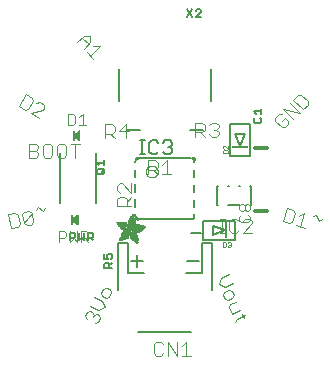
<source format=gbr>
G04 EAGLE Gerber RS-274X export*
G75*
%MOMM*%
%FSLAX34Y34*%
%LPD*%
%INSilkscreen Top*%
%IPPOS*%
%AMOC8*
5,1,8,0,0,1.08239X$1,22.5*%
G01*
%ADD10C,0.101600*%
%ADD11C,0.177800*%
%ADD12C,0.152400*%
%ADD13C,0.304800*%
%ADD14C,0.076200*%
%ADD15C,0.015238*%
%ADD16C,0.050800*%
%ADD17C,0.127000*%
%ADD18C,0.203200*%
%ADD19R,0.190500X0.889000*%
%ADD20R,1.400000X0.200000*%
%ADD21C,0.025400*%
%ADD22R,0.200000X1.400000*%
%ADD23R,0.034300X0.003800*%
%ADD24R,0.057200X0.003800*%
%ADD25R,0.076200X0.003800*%
%ADD26R,0.091400X0.003800*%
%ADD27R,0.102900X0.003800*%
%ADD28R,0.114300X0.003900*%
%ADD29R,0.129500X0.003800*%
%ADD30R,0.137200X0.003800*%
%ADD31R,0.144800X0.003800*%
%ADD32R,0.152400X0.003800*%
%ADD33R,0.160000X0.003800*%
%ADD34R,0.171500X0.003800*%
%ADD35R,0.175300X0.003800*%
%ADD36R,0.182900X0.003800*%
%ADD37R,0.190500X0.003800*%
%ADD38R,0.194300X0.003900*%
%ADD39R,0.201900X0.003800*%
%ADD40R,0.209500X0.003800*%
%ADD41R,0.213400X0.003800*%
%ADD42R,0.221000X0.003800*%
%ADD43R,0.224800X0.003800*%
%ADD44R,0.232400X0.003800*%
%ADD45R,0.240000X0.003800*%
%ADD46R,0.243800X0.003800*%
%ADD47R,0.247600X0.003800*%
%ADD48R,0.255300X0.003900*%
%ADD49R,0.259100X0.003800*%
%ADD50R,0.262900X0.003800*%
%ADD51R,0.270500X0.003800*%
%ADD52R,0.274300X0.003800*%
%ADD53R,0.281900X0.003800*%
%ADD54R,0.285700X0.003800*%
%ADD55R,0.289500X0.003800*%
%ADD56R,0.297200X0.003800*%
%ADD57R,0.301000X0.003800*%
%ADD58R,0.304800X0.003900*%
%ADD59R,0.312400X0.003800*%
%ADD60R,0.316200X0.003800*%
%ADD61R,0.320000X0.003800*%
%ADD62R,0.327600X0.003800*%
%ADD63R,0.331500X0.003800*%
%ADD64R,0.339100X0.003800*%
%ADD65R,0.342900X0.003800*%
%ADD66R,0.346700X0.003800*%
%ADD67R,0.354300X0.003800*%
%ADD68R,0.358100X0.003900*%
%ADD69R,0.361900X0.003800*%
%ADD70R,0.369600X0.003800*%
%ADD71R,0.373400X0.003800*%
%ADD72R,0.377200X0.003800*%
%ADD73R,0.384800X0.003800*%
%ADD74R,0.388600X0.003800*%
%ADD75R,0.396200X0.003800*%
%ADD76R,0.400000X0.003800*%
%ADD77R,0.403800X0.003800*%
%ADD78R,0.411500X0.003900*%
%ADD79R,0.415300X0.003800*%
%ADD80R,0.419100X0.003800*%
%ADD81R,0.045700X0.003800*%
%ADD82R,0.426700X0.003800*%
%ADD83R,0.072400X0.003800*%
%ADD84R,0.430500X0.003800*%
%ADD85R,0.095300X0.003800*%
%ADD86R,0.438100X0.003800*%
%ADD87R,0.110500X0.003800*%
%ADD88R,0.441900X0.003800*%
%ADD89R,0.445800X0.003800*%
%ADD90R,0.144700X0.003800*%
%ADD91R,0.453400X0.003800*%
%ADD92R,0.457200X0.003800*%
%ADD93R,0.175300X0.003900*%
%ADD94R,0.461000X0.003900*%
%ADD95R,0.468600X0.003800*%
%ADD96R,0.205800X0.003800*%
%ADD97R,0.472400X0.003800*%
%ADD98R,0.217200X0.003800*%
%ADD99R,0.476200X0.003800*%
%ADD100R,0.483900X0.003800*%
%ADD101R,0.247700X0.003800*%
%ADD102R,0.487700X0.003800*%
%ADD103R,0.495300X0.003800*%
%ADD104R,0.499100X0.003800*%
%ADD105R,0.502900X0.003800*%
%ADD106R,0.510500X0.003800*%
%ADD107R,0.308600X0.003900*%
%ADD108R,0.514300X0.003900*%
%ADD109R,0.323800X0.003800*%
%ADD110R,0.518100X0.003800*%
%ADD111R,0.335300X0.003800*%
%ADD112R,0.525800X0.003800*%
%ADD113R,0.529600X0.003800*%
%ADD114R,0.358100X0.003800*%
%ADD115R,0.533400X0.003800*%
%ADD116R,0.537200X0.003800*%
%ADD117R,0.381000X0.003800*%
%ADD118R,0.544800X0.003800*%
%ADD119R,0.392400X0.003800*%
%ADD120R,0.548600X0.003800*%
%ADD121R,0.552400X0.003800*%
%ADD122R,0.556200X0.003800*%
%ADD123R,0.422900X0.003900*%
%ADD124R,0.560100X0.003900*%
%ADD125R,0.434300X0.003800*%
%ADD126R,0.563900X0.003800*%
%ADD127R,0.567700X0.003800*%
%ADD128R,0.461000X0.003800*%
%ADD129R,0.571500X0.003800*%
%ADD130R,0.575300X0.003800*%
%ADD131R,0.480100X0.003800*%
%ADD132R,0.579100X0.003800*%
%ADD133R,0.491500X0.003800*%
%ADD134R,0.582900X0.003800*%
%ADD135R,0.586700X0.003800*%
%ADD136R,0.510600X0.003800*%
%ADD137R,0.590500X0.003800*%
%ADD138R,0.522000X0.003800*%
%ADD139R,0.594300X0.003800*%
%ADD140R,0.533400X0.003900*%
%ADD141R,0.598200X0.003900*%
%ADD142R,0.541000X0.003800*%
%ADD143R,0.602000X0.003800*%
%ADD144R,0.552500X0.003800*%
%ADD145R,0.605800X0.003800*%
%ADD146R,0.560100X0.003800*%
%ADD147R,0.609600X0.003800*%
%ADD148R,0.613400X0.003800*%
%ADD149R,0.583000X0.003800*%
%ADD150R,0.617200X0.003800*%
%ADD151R,0.594400X0.003800*%
%ADD152R,0.621000X0.003800*%
%ADD153R,0.598200X0.003800*%
%ADD154R,0.624800X0.003800*%
%ADD155R,0.613500X0.003900*%
%ADD156R,0.628600X0.003900*%
%ADD157R,0.632400X0.003800*%
%ADD158R,0.628600X0.003800*%
%ADD159R,0.636300X0.003800*%
%ADD160R,0.640100X0.003800*%
%ADD161R,0.636200X0.003800*%
%ADD162R,0.643900X0.003800*%
%ADD163R,0.647700X0.003800*%
%ADD164R,0.651500X0.003800*%
%ADD165R,0.659100X0.003800*%
%ADD166R,0.659100X0.003900*%
%ADD167R,0.655300X0.003900*%
%ADD168R,0.662900X0.003800*%
%ADD169R,0.655300X0.003800*%
%ADD170R,0.670500X0.003800*%
%ADD171R,0.670600X0.003800*%
%ADD172R,0.674400X0.003800*%
%ADD173R,0.682000X0.003800*%
%ADD174R,0.666700X0.003800*%
%ADD175R,0.685800X0.003800*%
%ADD176R,0.689600X0.003800*%
%ADD177R,0.693400X0.003900*%
%ADD178R,0.674400X0.003900*%
%ADD179R,0.697200X0.003800*%
%ADD180R,0.678200X0.003800*%
%ADD181R,0.697300X0.003800*%
%ADD182R,0.701100X0.003800*%
%ADD183R,0.704900X0.003800*%
%ADD184R,0.708700X0.003800*%
%ADD185R,0.712500X0.003800*%
%ADD186R,0.716300X0.003800*%
%ADD187R,0.720100X0.003900*%
%ADD188R,0.689600X0.003900*%
%ADD189R,0.720000X0.003800*%
%ADD190R,0.693400X0.003800*%
%ADD191R,0.723900X0.003800*%
%ADD192R,0.727700X0.003800*%
%ADD193R,0.731500X0.003800*%
%ADD194R,0.701000X0.003800*%
%ADD195R,0.735300X0.003800*%
%ADD196R,0.731500X0.003900*%
%ADD197R,0.701000X0.003900*%
%ADD198R,0.704800X0.003800*%
%ADD199R,0.739100X0.003800*%
%ADD200R,0.743000X0.003800*%
%ADD201R,0.739200X0.003800*%
%ADD202R,0.743000X0.003900*%
%ADD203R,0.704800X0.003900*%
%ADD204R,0.746800X0.003800*%
%ADD205R,0.746800X0.003900*%
%ADD206R,0.742900X0.003800*%
%ADD207R,0.746700X0.003800*%
%ADD208R,0.746700X0.003900*%
%ADD209R,1.428800X0.003800*%
%ADD210R,1.424900X0.003800*%
%ADD211R,1.421100X0.003900*%
%ADD212R,1.421100X0.003800*%
%ADD213R,1.417300X0.003800*%
%ADD214R,1.413500X0.003800*%
%ADD215R,1.409700X0.003800*%
%ADD216R,1.405900X0.003800*%
%ADD217R,1.402100X0.003800*%
%ADD218R,1.398300X0.003800*%
%ADD219R,0.983000X0.003900*%
%ADD220R,0.384800X0.003900*%
%ADD221R,0.971600X0.003800*%
%ADD222R,0.963900X0.003800*%
%ADD223R,0.956300X0.003800*%
%ADD224R,0.365800X0.003800*%
%ADD225R,0.952500X0.003800*%
%ADD226R,0.941000X0.003800*%
%ADD227R,0.358200X0.003800*%
%ADD228R,0.937200X0.003800*%
%ADD229R,0.933400X0.003800*%
%ADD230R,0.354400X0.003800*%
%ADD231R,0.925800X0.003800*%
%ADD232R,0.350500X0.003800*%
%ADD233R,0.922000X0.003800*%
%ADD234R,0.918200X0.003900*%
%ADD235R,0.346700X0.003900*%
%ADD236R,0.910600X0.003800*%
%ADD237R,0.906800X0.003800*%
%ADD238R,0.903000X0.003800*%
%ADD239R,0.339000X0.003800*%
%ADD240R,0.895300X0.003800*%
%ADD241R,0.335200X0.003800*%
%ADD242R,0.887700X0.003800*%
%ADD243R,0.883900X0.003800*%
%ADD244R,0.331400X0.003800*%
%ADD245R,0.880100X0.003800*%
%ADD246R,0.876300X0.003800*%
%ADD247R,0.468600X0.003900*%
%ADD248R,0.396200X0.003900*%
%ADD249R,0.323800X0.003900*%
%ADD250R,0.449600X0.003800*%
%ADD251R,0.323900X0.003800*%
%ADD252R,0.442000X0.003800*%
%ADD253R,0.434400X0.003800*%
%ADD254R,0.320100X0.003800*%
%ADD255R,0.316300X0.003800*%
%ADD256R,0.426800X0.003800*%
%ADD257R,0.327700X0.003800*%
%ADD258R,0.312500X0.003800*%
%ADD259R,0.422900X0.003800*%
%ADD260R,0.308600X0.003800*%
%ADD261R,0.293400X0.003800*%
%ADD262R,0.304800X0.003800*%
%ADD263R,0.419100X0.003900*%
%ADD264R,0.285700X0.003900*%
%ADD265R,0.301000X0.003900*%
%ADD266R,0.411500X0.003800*%
%ADD267R,0.407700X0.003800*%
%ADD268R,0.289600X0.003800*%
%ADD269R,0.285800X0.003800*%
%ADD270R,0.403900X0.003800*%
%ADD271R,0.228600X0.003800*%
%ADD272R,0.403900X0.003900*%
%ADD273R,0.221000X0.003900*%
%ADD274R,0.278100X0.003900*%
%ADD275R,0.400100X0.003800*%
%ADD276R,0.209600X0.003800*%
%ADD277R,0.266700X0.003800*%
%ADD278R,0.038100X0.003800*%
%ADD279R,0.194300X0.003800*%
%ADD280R,0.148600X0.003800*%
%ADD281R,0.259000X0.003800*%
%ADD282R,0.182800X0.003800*%
%ADD283R,0.186700X0.003800*%
%ADD284R,0.251400X0.003800*%
%ADD285R,0.179100X0.003800*%
%ADD286R,0.236200X0.003800*%
%ADD287R,0.243900X0.003900*%
%ADD288R,0.282000X0.003900*%
%ADD289R,0.167700X0.003800*%
%ADD290R,0.236300X0.003800*%
%ADD291R,0.396300X0.003800*%
%ADD292R,0.163900X0.003800*%
%ADD293R,0.392500X0.003800*%
%ADD294R,0.160100X0.003800*%
%ADD295R,0.586800X0.003800*%
%ADD296R,0.148500X0.003800*%
%ADD297R,0.140900X0.003800*%
%ADD298R,0.392400X0.003900*%
%ADD299R,0.140900X0.003900*%
%ADD300R,0.647700X0.003900*%
%ADD301R,0.133300X0.003800*%
%ADD302R,0.674300X0.003800*%
%ADD303R,0.388700X0.003800*%
%ADD304R,0.125700X0.003800*%
%ADD305R,0.121900X0.003800*%
%ADD306R,0.720100X0.003800*%
%ADD307R,0.118100X0.003800*%
%ADD308R,0.118100X0.003900*%
%ADD309R,0.739100X0.003900*%
%ADD310R,0.114300X0.003800*%
%ADD311R,0.754400X0.003800*%
%ADD312R,0.765800X0.003800*%
%ADD313R,0.773400X0.003800*%
%ADD314R,0.784800X0.003800*%
%ADD315R,0.118200X0.003800*%
%ADD316R,0.792500X0.003800*%
%ADD317R,0.803900X0.003800*%
%ADD318R,0.122000X0.003800*%
%ADD319R,0.815400X0.003800*%
%ADD320R,0.125800X0.003800*%
%ADD321R,0.826800X0.003800*%
%ADD322R,0.369500X0.003900*%
%ADD323R,0.133400X0.003900*%
%ADD324R,0.842000X0.003900*%
%ADD325R,0.365700X0.003800*%
%ADD326R,1.009700X0.003800*%
%ADD327R,1.013500X0.003800*%
%ADD328R,0.362000X0.003800*%
%ADD329R,1.024900X0.003800*%
%ADD330R,1.028700X0.003800*%
%ADD331R,1.036300X0.003800*%
%ADD332R,1.047800X0.003800*%
%ADD333R,1.055400X0.003800*%
%ADD334R,1.070600X0.003800*%
%ADD335R,0.030500X0.003800*%
%ADD336R,1.436400X0.003800*%
%ADD337R,1.562100X0.003900*%
%ADD338R,1.588700X0.003800*%
%ADD339R,1.607800X0.003800*%
%ADD340R,1.626900X0.003800*%
%ADD341R,1.642100X0.003800*%
%ADD342R,1.657400X0.003800*%
%ADD343R,1.676400X0.003800*%
%ADD344R,1.687800X0.003800*%
%ADD345R,1.703000X0.003800*%
%ADD346R,1.714500X0.003800*%
%ADD347R,1.726000X0.003900*%
%ADD348R,1.741200X0.003800*%
%ADD349R,0.914400X0.003800*%
%ADD350R,0.769600X0.003800*%
%ADD351R,0.884000X0.003800*%
%ADD352R,0.712400X0.003800*%
%ADD353R,0.880100X0.003900*%
%ADD354R,0.887800X0.003800*%
%ADD355R,0.891600X0.003800*%
%ADD356R,0.895400X0.003800*%
%ADD357R,0.251500X0.003800*%
%ADD358R,0.579200X0.003900*%
%ADD359R,0.243900X0.003800*%
%ADD360R,0.556300X0.003800*%
%ADD361R,0.255200X0.003800*%
%ADD362R,0.529500X0.003800*%
%ADD363R,0.731600X0.003800*%
%ADD364R,0.525800X0.003900*%
%ADD365R,0.281900X0.003900*%
%ADD366R,0.735400X0.003900*%
%ADD367R,0.300900X0.003800*%
%ADD368R,0.762000X0.003800*%
%ADD369R,0.518200X0.003800*%
%ADD370R,0.350600X0.003800*%
%ADD371R,0.796300X0.003800*%
%ADD372R,0.807800X0.003800*%
%ADD373R,0.506700X0.003800*%
%ADD374R,0.849600X0.003800*%
%ADD375R,0.506700X0.003900*%
%ADD376R,1.371600X0.003900*%
%ADD377R,1.207800X0.003800*%
%ADD378R,0.503000X0.003800*%
%ADD379R,0.141000X0.003800*%
%ADD380R,1.203900X0.003800*%
%ADD381R,1.204000X0.003800*%
%ADD382R,1.200200X0.003800*%
%ADD383R,0.499100X0.003900*%
%ADD384R,0.156200X0.003900*%
%ADD385R,1.196400X0.003900*%
%ADD386R,1.196400X0.003800*%
%ADD387R,0.163800X0.003800*%
%ADD388R,0.167600X0.003800*%
%ADD389R,1.192500X0.003800*%
%ADD390R,0.499200X0.003800*%
%ADD391R,1.188700X0.003800*%
%ADD392R,0.506800X0.003800*%
%ADD393R,1.184900X0.003800*%
%ADD394R,0.510600X0.003900*%
%ADD395R,0.209600X0.003900*%
%ADD396R,1.181100X0.003900*%
%ADD397R,0.514400X0.003800*%
%ADD398R,1.181100X0.003800*%
%ADD399R,1.177300X0.003800*%
%ADD400R,0.240100X0.003800*%
%ADD401R,1.173500X0.003800*%
%ADD402R,1.169700X0.003800*%
%ADD403R,1.165900X0.003800*%
%ADD404R,1.162100X0.003800*%
%ADD405R,0.929700X0.003900*%
%ADD406R,1.162100X0.003900*%
%ADD407R,0.929700X0.003800*%
%ADD408R,1.154500X0.003800*%
%ADD409R,0.933500X0.003800*%
%ADD410R,1.150600X0.003800*%
%ADD411R,0.937300X0.003800*%
%ADD412R,1.146800X0.003800*%
%ADD413R,0.941100X0.003800*%
%ADD414R,1.139200X0.003800*%
%ADD415R,0.944900X0.003800*%
%ADD416R,1.135400X0.003800*%
%ADD417R,0.948700X0.003800*%
%ADD418R,1.127800X0.003800*%
%ADD419R,1.124000X0.003800*%
%ADD420R,1.116400X0.003800*%
%ADD421R,0.956300X0.003900*%
%ADD422R,1.104900X0.003900*%
%ADD423R,0.960100X0.003800*%
%ADD424R,1.093500X0.003800*%
%ADD425R,1.085900X0.003800*%
%ADD426R,0.967800X0.003800*%
%ADD427R,1.074500X0.003800*%
%ADD428R,1.063000X0.003800*%
%ADD429R,0.975400X0.003800*%
%ADD430R,1.036400X0.003800*%
%ADD431R,0.979200X0.003800*%
%ADD432R,1.021000X0.003800*%
%ADD433R,0.983000X0.003800*%
%ADD434R,1.009600X0.003800*%
%ADD435R,0.986800X0.003800*%
%ADD436R,0.998200X0.003800*%
%ADD437R,0.990600X0.003900*%
%ADD438R,0.986700X0.003900*%
%ADD439R,0.994400X0.003800*%
%ADD440R,0.975300X0.003800*%
%ADD441R,0.948600X0.003800*%
%ADD442R,1.002000X0.003800*%
%ADD443R,0.213300X0.003800*%
%ADD444R,0.217100X0.003800*%
%ADD445R,1.017300X0.003800*%
%ADD446R,0.666800X0.003800*%
%ADD447R,0.220900X0.003800*%
%ADD448R,1.028700X0.003900*%
%ADD449R,0.224700X0.003900*%
%ADD450R,1.032500X0.003800*%
%ADD451R,1.040100X0.003800*%
%ADD452R,1.043900X0.003800*%
%ADD453R,0.548700X0.003800*%
%ADD454R,1.051500X0.003800*%
%ADD455R,1.055300X0.003800*%
%ADD456R,1.059100X0.003800*%
%ADD457R,1.062900X0.003800*%
%ADD458R,0.255300X0.003800*%
%ADD459R,1.066800X0.003900*%
%ADD460R,0.259100X0.003900*%
%ADD461R,0.457200X0.003900*%
%ADD462R,0.423000X0.003800*%
%ADD463R,1.082100X0.003800*%
%ADD464R,0.274400X0.003800*%
%ADD465R,0.278200X0.003800*%
%ADD466R,1.101100X0.003800*%
%ADD467R,0.278100X0.003800*%
%ADD468R,0.876300X0.003900*%
%ADD469R,0.236200X0.003900*%
%ADD470R,0.289600X0.003900*%
%ADD471R,0.247700X0.003900*%
%ADD472R,0.049500X0.003800*%
%ADD473R,0.640100X0.003900*%
%ADD474R,0.659200X0.003800*%
%ADD475R,0.663000X0.003800*%
%ADD476R,0.872500X0.003900*%
%ADD477R,0.666800X0.003900*%
%ADD478R,0.872500X0.003800*%
%ADD479R,0.868700X0.003800*%
%ADD480R,0.864900X0.003800*%
%ADD481R,0.861100X0.003800*%
%ADD482R,0.857300X0.003800*%
%ADD483R,0.853400X0.003800*%
%ADD484R,0.845800X0.003800*%
%ADD485R,0.682000X0.003900*%
%ADD486R,0.842000X0.003800*%
%ADD487R,0.834400X0.003800*%
%ADD488R,0.823000X0.003800*%
%ADD489R,0.815300X0.003800*%
%ADD490R,0.811500X0.003800*%
%ADD491R,0.788700X0.003800*%
%ADD492R,0.777300X0.003900*%
%ADD493R,0.750600X0.003800*%
%ADD494R,0.735400X0.003800*%
%ADD495R,0.727800X0.003800*%
%ADD496R,0.628700X0.003800*%
%ADD497R,0.575400X0.003800*%
%ADD498R,0.670600X0.003900*%
%ADD499R,0.655400X0.003800*%
%ADD500R,0.651500X0.003900*%
%ADD501R,0.624800X0.003900*%
%ADD502R,0.594400X0.003900*%
%ADD503R,0.563900X0.003900*%
%ADD504R,0.541100X0.003800*%
%ADD505R,0.537300X0.003800*%
%ADD506R,0.525700X0.003800*%
%ADD507R,0.525700X0.003900*%
%ADD508R,0.514300X0.003800*%
%ADD509R,0.480100X0.003900*%
%ADD510R,0.464800X0.003800*%
%ADD511R,0.442000X0.003900*%
%ADD512R,0.438200X0.003800*%
%ADD513R,0.430600X0.003800*%
%ADD514R,0.407600X0.003800*%
%ADD515R,0.403800X0.003900*%
%ADD516R,0.365700X0.003900*%
%ADD517R,0.327700X0.003900*%
%ADD518R,0.243800X0.003900*%
%ADD519R,0.205800X0.003900*%
%ADD520R,0.198100X0.003800*%
%ADD521R,0.163800X0.003900*%
%ADD522R,0.137100X0.003800*%
%ADD523R,0.091500X0.003900*%
%ADD524R,0.060900X0.003800*%

G36*
X-72368Y30992D02*
X-72368Y30992D01*
X-72351Y30990D01*
X-72248Y31012D01*
X-72143Y31030D01*
X-72128Y31038D01*
X-72110Y31042D01*
X-72020Y31096D01*
X-71927Y31146D01*
X-71914Y31159D01*
X-71899Y31168D01*
X-71830Y31248D01*
X-71758Y31325D01*
X-71751Y31342D01*
X-71739Y31355D01*
X-71700Y31453D01*
X-71656Y31549D01*
X-71654Y31567D01*
X-71647Y31583D01*
X-71629Y31750D01*
X-71629Y39370D01*
X-71631Y39387D01*
X-71630Y39402D01*
X-71630Y39405D01*
X-71651Y39509D01*
X-71669Y39613D01*
X-71677Y39628D01*
X-71681Y39646D01*
X-71734Y39737D01*
X-71784Y39830D01*
X-71796Y39842D01*
X-71806Y39858D01*
X-71885Y39927D01*
X-71962Y40000D01*
X-71978Y40007D01*
X-71992Y40019D01*
X-72089Y40059D01*
X-72185Y40103D01*
X-72203Y40105D01*
X-72219Y40112D01*
X-72325Y40119D01*
X-72429Y40130D01*
X-72447Y40126D01*
X-72465Y40128D01*
X-72567Y40100D01*
X-72640Y40084D01*
X-72643Y40084D01*
X-72670Y40078D01*
X-72685Y40069D01*
X-72702Y40064D01*
X-72847Y39979D01*
X-77927Y36169D01*
X-77930Y36166D01*
X-77934Y36164D01*
X-78015Y36077D01*
X-78097Y35992D01*
X-78099Y35988D01*
X-78102Y35985D01*
X-78152Y35876D01*
X-78202Y35769D01*
X-78202Y35765D01*
X-78204Y35761D01*
X-78217Y35643D01*
X-78230Y35525D01*
X-78230Y35521D01*
X-78230Y35516D01*
X-78204Y35400D01*
X-78180Y35284D01*
X-78177Y35280D01*
X-78176Y35276D01*
X-78115Y35174D01*
X-78055Y35072D01*
X-78051Y35069D01*
X-78049Y35066D01*
X-77927Y34951D01*
X-72847Y31141D01*
X-72831Y31133D01*
X-72818Y31121D01*
X-72722Y31076D01*
X-72629Y31027D01*
X-72611Y31024D01*
X-72595Y31017D01*
X-72490Y31005D01*
X-72386Y30989D01*
X-72368Y30992D01*
G37*
G36*
X-73638Y-40128D02*
X-73638Y-40128D01*
X-73621Y-40130D01*
X-73518Y-40108D01*
X-73413Y-40090D01*
X-73398Y-40082D01*
X-73380Y-40078D01*
X-73290Y-40024D01*
X-73197Y-39974D01*
X-73184Y-39961D01*
X-73169Y-39952D01*
X-73100Y-39872D01*
X-73028Y-39795D01*
X-73021Y-39778D01*
X-73009Y-39765D01*
X-72970Y-39667D01*
X-72926Y-39571D01*
X-72924Y-39553D01*
X-72917Y-39537D01*
X-72899Y-39370D01*
X-72899Y-31750D01*
X-72901Y-31733D01*
X-72900Y-31718D01*
X-72900Y-31715D01*
X-72921Y-31611D01*
X-72939Y-31507D01*
X-72947Y-31492D01*
X-72951Y-31474D01*
X-73004Y-31383D01*
X-73054Y-31290D01*
X-73066Y-31278D01*
X-73076Y-31262D01*
X-73155Y-31193D01*
X-73232Y-31121D01*
X-73248Y-31113D01*
X-73262Y-31101D01*
X-73359Y-31061D01*
X-73455Y-31017D01*
X-73473Y-31015D01*
X-73489Y-31008D01*
X-73595Y-31001D01*
X-73699Y-30990D01*
X-73717Y-30994D01*
X-73735Y-30992D01*
X-73837Y-31020D01*
X-73910Y-31036D01*
X-73913Y-31036D01*
X-73940Y-31042D01*
X-73955Y-31051D01*
X-73972Y-31056D01*
X-74117Y-31141D01*
X-79197Y-34951D01*
X-79200Y-34954D01*
X-79204Y-34956D01*
X-79285Y-35043D01*
X-79367Y-35128D01*
X-79369Y-35132D01*
X-79372Y-35135D01*
X-79422Y-35244D01*
X-79472Y-35351D01*
X-79472Y-35355D01*
X-79474Y-35359D01*
X-79487Y-35477D01*
X-79500Y-35595D01*
X-79500Y-35599D01*
X-79500Y-35604D01*
X-79474Y-35720D01*
X-79450Y-35836D01*
X-79447Y-35840D01*
X-79446Y-35844D01*
X-79385Y-35946D01*
X-79325Y-36048D01*
X-79321Y-36051D01*
X-79319Y-36054D01*
X-79197Y-36169D01*
X-74117Y-39979D01*
X-74101Y-39987D01*
X-74088Y-40000D01*
X-73992Y-40044D01*
X-73899Y-40093D01*
X-73881Y-40096D01*
X-73865Y-40103D01*
X-73760Y-40115D01*
X-73656Y-40131D01*
X-73638Y-40128D01*
G37*
D10*
X-117854Y70699D02*
X-123701Y60571D01*
X-118637Y57648D01*
X-115975Y58361D01*
X-112077Y65113D01*
X-112790Y67775D01*
X-117854Y70699D01*
X-113573Y54724D02*
X-106822Y50826D01*
X-113573Y54724D02*
X-102924Y57578D01*
X-101949Y59266D01*
X-102663Y61928D01*
X-106038Y63877D01*
X-108701Y63164D01*
X-132429Y-31075D02*
X-130398Y-42591D01*
X-124640Y-41576D01*
X-123059Y-39318D01*
X-124413Y-31641D01*
X-126670Y-30060D01*
X-132429Y-31075D01*
X-120574Y-30964D02*
X-119220Y-38641D01*
X-120574Y-30964D02*
X-118993Y-28706D01*
X-115154Y-28029D01*
X-112896Y-29610D01*
X-111542Y-37288D01*
X-113123Y-39545D01*
X-116962Y-40222D01*
X-119220Y-38641D01*
X-112896Y-29610D01*
X-109396Y-27014D02*
X-107815Y-24756D01*
X-103299Y-27918D01*
X-101718Y-25660D01*
X-67298Y-117252D02*
X-66310Y-119826D01*
X-67298Y-117252D02*
X-65712Y-113691D01*
X-63139Y-112704D01*
X-61359Y-113496D01*
X-60371Y-116070D01*
X-61163Y-117850D01*
X-60371Y-116070D02*
X-57798Y-115082D01*
X-56017Y-115875D01*
X-55029Y-118448D01*
X-56615Y-122009D01*
X-59188Y-122997D01*
X-56212Y-111521D02*
X-63334Y-108350D01*
X-56212Y-111521D02*
X-51066Y-109545D01*
X-53041Y-104399D01*
X-60163Y-101228D01*
X-47102Y-100643D02*
X-45517Y-97082D01*
X-46504Y-94509D01*
X-50065Y-92923D01*
X-52638Y-93911D01*
X-54224Y-97472D01*
X-53236Y-100045D01*
X-49675Y-101631D01*
X-47102Y-100643D01*
X47412Y-85032D02*
X54534Y-81861D01*
X47412Y-85032D02*
X45436Y-90178D01*
X50583Y-92154D01*
X57705Y-88983D01*
X49400Y-99081D02*
X50985Y-102642D01*
X53558Y-103630D01*
X57119Y-102044D01*
X58107Y-99471D01*
X56522Y-95910D01*
X53948Y-94922D01*
X50387Y-96508D01*
X49400Y-99081D01*
X55144Y-107191D02*
X60485Y-104812D01*
X55144Y-107191D02*
X54156Y-109764D01*
X56534Y-115105D01*
X63656Y-111934D01*
X67815Y-116483D02*
X60693Y-119654D01*
X59705Y-122227D01*
X66827Y-119056D02*
X65242Y-115495D01*
X99700Y-36504D02*
X103314Y-25382D01*
X99700Y-36504D02*
X105261Y-38311D01*
X107717Y-37059D01*
X110126Y-29645D01*
X108875Y-27189D01*
X103314Y-25382D01*
X113231Y-32703D02*
X118143Y-30200D01*
X114529Y-41322D01*
X110822Y-40117D02*
X118236Y-42527D01*
X125557Y-32609D02*
X128013Y-31358D01*
X130516Y-36270D01*
X132971Y-35019D01*
X98952Y53762D02*
X96196Y53762D01*
X93439Y51005D01*
X93439Y48249D01*
X98952Y42737D01*
X101708Y42737D01*
X104464Y45493D01*
X104464Y48249D01*
X101708Y51005D01*
X98952Y48249D01*
X108599Y49627D02*
X100330Y57896D01*
X114111Y55140D01*
X105843Y63409D01*
X108599Y66165D02*
X116868Y57896D01*
X121002Y62031D01*
X121002Y64787D01*
X115490Y70299D01*
X112733Y70299D01*
X108599Y66165D01*
X-68774Y120079D02*
X-74286Y114566D01*
X-68774Y120079D02*
X-63261Y120079D01*
X-63261Y114566D01*
X-68774Y109054D01*
X-64639Y113188D02*
X-70152Y118701D01*
X-60505Y111810D02*
X-54992Y111810D01*
X-63261Y103541D01*
X-66017Y106297D02*
X-60505Y100785D01*
X-82042Y54110D02*
X-82042Y44958D01*
X-77466Y44958D01*
X-75941Y46483D01*
X-75941Y52585D01*
X-77466Y54110D01*
X-82042Y54110D01*
X-72687Y51059D02*
X-69636Y54110D01*
X-69636Y44958D01*
X-66586Y44958D02*
X-72687Y44958D01*
X-89662Y-44950D02*
X-89662Y-54102D01*
X-89662Y-44950D02*
X-85086Y-44950D01*
X-83561Y-46476D01*
X-83561Y-49526D01*
X-85086Y-51051D01*
X-89662Y-51051D01*
X-80307Y-54102D02*
X-80307Y-44950D01*
X-77256Y-51051D02*
X-80307Y-54102D01*
X-77256Y-51051D02*
X-74206Y-54102D01*
X-74206Y-44950D01*
X-70952Y-44950D02*
X-70952Y-54102D01*
X-70952Y-44950D02*
X-66376Y-44950D01*
X-64850Y-46476D01*
X-64850Y-49526D01*
X-66376Y-51051D01*
X-70952Y-51051D01*
X-67901Y-51051D02*
X-64850Y-54102D01*
D11*
X-28321Y-70352D02*
X-18322Y-70352D01*
X-23321Y-75351D02*
X-23321Y-65352D01*
X18669Y-70352D02*
X28668Y-70352D01*
D10*
X-13990Y3048D02*
X-13990Y14742D01*
X-8143Y14742D01*
X-6194Y12793D01*
X-6194Y8895D01*
X-8143Y6946D01*
X-13990Y6946D01*
X-10092Y6946D02*
X-6194Y3048D01*
X-2296Y10844D02*
X1602Y14742D01*
X1602Y3048D01*
X-2296Y3048D02*
X5500Y3048D01*
X-28448Y-24150D02*
X-40142Y-24150D01*
X-40142Y-18303D01*
X-38193Y-16354D01*
X-34295Y-16354D01*
X-32346Y-18303D01*
X-32346Y-24150D01*
X-32346Y-20252D02*
X-28448Y-16354D01*
X-28448Y-12456D02*
X-28448Y-4660D01*
X-28448Y-12456D02*
X-36244Y-4660D01*
X-38193Y-4660D01*
X-40142Y-6609D01*
X-40142Y-10507D01*
X-38193Y-12456D01*
D12*
X44200Y-7140D02*
X44200Y-23340D01*
X72640Y-23340D02*
X72640Y-7140D01*
X63640Y-23340D02*
X53200Y-23340D01*
X62700Y-7140D02*
X63640Y-7140D01*
X54140Y-7140D02*
X53200Y-7140D01*
X71700Y-7140D02*
X72640Y-7140D01*
X45140Y-7140D02*
X44200Y-7140D01*
X44200Y-23340D02*
X45140Y-23340D01*
X71700Y-23340D02*
X72640Y-23340D01*
D10*
X50692Y-46482D02*
X46794Y-46482D01*
X48743Y-46482D02*
X48743Y-34788D01*
X46794Y-34788D02*
X50692Y-34788D01*
X60437Y-34788D02*
X62386Y-36737D01*
X60437Y-34788D02*
X56539Y-34788D01*
X54590Y-36737D01*
X54590Y-44533D01*
X56539Y-46482D01*
X60437Y-46482D01*
X62386Y-44533D01*
X66284Y-46482D02*
X74080Y-46482D01*
X66284Y-46482D02*
X74080Y-38686D01*
X74080Y-36737D01*
X72131Y-34788D01*
X68233Y-34788D01*
X66284Y-36737D01*
D13*
X76200Y-27940D02*
X86360Y-27940D01*
D14*
X64311Y-31288D02*
X62743Y-32856D01*
X62743Y-35991D01*
X64311Y-37559D01*
X70581Y-37559D01*
X72149Y-35991D01*
X72149Y-32856D01*
X70581Y-31288D01*
X64311Y-28204D02*
X62743Y-26636D01*
X62743Y-23501D01*
X64311Y-21933D01*
X65878Y-21933D01*
X67446Y-23501D01*
X69014Y-21933D01*
X70581Y-21933D01*
X72149Y-23501D01*
X72149Y-26636D01*
X70581Y-28204D01*
X69014Y-28204D01*
X67446Y-26636D01*
X65878Y-28204D01*
X64311Y-28204D01*
X67446Y-26636D02*
X67446Y-23501D01*
D15*
X25685Y14685D02*
X24312Y14685D01*
X24312Y14686D02*
X24307Y14770D01*
X24298Y14854D01*
X24284Y14937D01*
X24267Y15020D01*
X24246Y15101D01*
X24222Y15182D01*
X24193Y15261D01*
X24161Y15339D01*
X24125Y15416D01*
X24086Y15490D01*
X24044Y15563D01*
X23998Y15634D01*
X23948Y15702D01*
X23896Y15768D01*
X23841Y15832D01*
X23783Y15893D01*
X23722Y15951D01*
X23658Y16006D01*
X23592Y16058D01*
X23524Y16108D01*
X23453Y16154D01*
X23380Y16196D01*
X23306Y16235D01*
X23229Y16271D01*
X23151Y16303D01*
X23072Y16332D01*
X22991Y16356D01*
X22910Y16377D01*
X22827Y16394D01*
X22744Y16408D01*
X22660Y16417D01*
X22576Y16422D01*
X22575Y17795D01*
X22576Y17795D01*
X22686Y17791D01*
X22796Y17782D01*
X22906Y17770D01*
X23015Y17754D01*
X23123Y17734D01*
X23231Y17711D01*
X23338Y17684D01*
X23444Y17653D01*
X23549Y17618D01*
X23652Y17580D01*
X23754Y17539D01*
X23855Y17494D01*
X23954Y17445D01*
X24051Y17393D01*
X24146Y17338D01*
X24240Y17279D01*
X24331Y17217D01*
X24420Y17152D01*
X24507Y17084D01*
X24592Y17013D01*
X24674Y16939D01*
X24753Y16863D01*
X24829Y16784D01*
X24903Y16702D01*
X24974Y16617D01*
X25042Y16530D01*
X25107Y16441D01*
X25169Y16350D01*
X25228Y16256D01*
X25283Y16161D01*
X25335Y16064D01*
X25384Y15965D01*
X25429Y15864D01*
X25470Y15762D01*
X25508Y15659D01*
X25543Y15554D01*
X25574Y15448D01*
X25601Y15341D01*
X25624Y15233D01*
X25644Y15125D01*
X25660Y15016D01*
X25672Y14906D01*
X25681Y14796D01*
X25685Y14686D01*
X25542Y14686D01*
X25537Y14794D01*
X25529Y14901D01*
X25517Y15008D01*
X25501Y15114D01*
X25481Y15220D01*
X25458Y15325D01*
X25431Y15429D01*
X25400Y15532D01*
X25365Y15634D01*
X25327Y15735D01*
X25286Y15834D01*
X25241Y15932D01*
X25192Y16028D01*
X25141Y16122D01*
X25085Y16215D01*
X25027Y16305D01*
X24966Y16394D01*
X24901Y16480D01*
X24833Y16563D01*
X24763Y16645D01*
X24689Y16723D01*
X24613Y16799D01*
X24535Y16873D01*
X24453Y16943D01*
X24370Y17011D01*
X24284Y17076D01*
X24195Y17137D01*
X24105Y17195D01*
X24012Y17251D01*
X23918Y17302D01*
X23822Y17351D01*
X23724Y17396D01*
X23625Y17437D01*
X23524Y17475D01*
X23422Y17510D01*
X23319Y17541D01*
X23215Y17568D01*
X23110Y17591D01*
X23004Y17611D01*
X22898Y17627D01*
X22791Y17639D01*
X22684Y17647D01*
X22576Y17652D01*
X22576Y17509D01*
X22681Y17504D01*
X22785Y17496D01*
X22889Y17484D01*
X22993Y17468D01*
X23096Y17448D01*
X23198Y17425D01*
X23299Y17398D01*
X23400Y17367D01*
X23499Y17333D01*
X23596Y17295D01*
X23693Y17253D01*
X23788Y17209D01*
X23881Y17160D01*
X23972Y17109D01*
X24061Y17054D01*
X24149Y16996D01*
X24234Y16935D01*
X24317Y16871D01*
X24397Y16803D01*
X24475Y16733D01*
X24551Y16661D01*
X24623Y16585D01*
X24693Y16507D01*
X24761Y16427D01*
X24825Y16344D01*
X24886Y16259D01*
X24944Y16171D01*
X24999Y16082D01*
X25050Y15991D01*
X25099Y15898D01*
X25143Y15803D01*
X25185Y15706D01*
X25223Y15609D01*
X25257Y15510D01*
X25288Y15409D01*
X25315Y15308D01*
X25338Y15206D01*
X25358Y15103D01*
X25374Y14999D01*
X25386Y14895D01*
X25394Y14791D01*
X25399Y14686D01*
X25256Y14686D01*
X25251Y14790D01*
X25242Y14894D01*
X25230Y14998D01*
X25213Y15101D01*
X25192Y15204D01*
X25168Y15305D01*
X25140Y15406D01*
X25108Y15505D01*
X25072Y15603D01*
X25032Y15700D01*
X24989Y15795D01*
X24943Y15889D01*
X24892Y15980D01*
X24839Y16070D01*
X24782Y16157D01*
X24721Y16243D01*
X24658Y16326D01*
X24591Y16406D01*
X24522Y16484D01*
X24449Y16559D01*
X24374Y16632D01*
X24296Y16701D01*
X24216Y16768D01*
X24133Y16831D01*
X24047Y16892D01*
X23960Y16949D01*
X23870Y17002D01*
X23779Y17053D01*
X23685Y17099D01*
X23590Y17142D01*
X23493Y17182D01*
X23395Y17218D01*
X23296Y17250D01*
X23195Y17278D01*
X23094Y17302D01*
X22991Y17323D01*
X22888Y17340D01*
X22784Y17352D01*
X22680Y17361D01*
X22576Y17366D01*
X22576Y17223D01*
X22677Y17218D01*
X22778Y17209D01*
X22879Y17196D01*
X22979Y17180D01*
X23078Y17159D01*
X23177Y17135D01*
X23274Y17107D01*
X23370Y17075D01*
X23465Y17039D01*
X23559Y17000D01*
X23650Y16957D01*
X23741Y16911D01*
X23829Y16861D01*
X23915Y16808D01*
X23999Y16751D01*
X24081Y16692D01*
X24161Y16629D01*
X24238Y16563D01*
X24312Y16494D01*
X24384Y16422D01*
X24453Y16348D01*
X24519Y16271D01*
X24582Y16191D01*
X24641Y16109D01*
X24698Y16025D01*
X24751Y15939D01*
X24801Y15851D01*
X24847Y15760D01*
X24890Y15669D01*
X24929Y15575D01*
X24965Y15480D01*
X24997Y15384D01*
X25025Y15287D01*
X25049Y15188D01*
X25070Y15089D01*
X25086Y14989D01*
X25099Y14888D01*
X25108Y14787D01*
X25113Y14686D01*
X24970Y14686D01*
X24965Y14784D01*
X24956Y14882D01*
X24943Y14979D01*
X24927Y15076D01*
X24906Y15172D01*
X24882Y15267D01*
X24854Y15361D01*
X24822Y15454D01*
X24787Y15545D01*
X24748Y15635D01*
X24706Y15724D01*
X24660Y15811D01*
X24610Y15895D01*
X24558Y15978D01*
X24502Y16059D01*
X24443Y16137D01*
X24380Y16213D01*
X24315Y16287D01*
X24247Y16357D01*
X24177Y16425D01*
X24103Y16490D01*
X24027Y16553D01*
X23949Y16612D01*
X23868Y16668D01*
X23785Y16720D01*
X23701Y16770D01*
X23614Y16816D01*
X23525Y16858D01*
X23435Y16897D01*
X23344Y16932D01*
X23251Y16964D01*
X23157Y16992D01*
X23062Y17016D01*
X22966Y17037D01*
X22869Y17053D01*
X22772Y17066D01*
X22674Y17075D01*
X22576Y17080D01*
X22576Y16937D01*
X22671Y16932D01*
X22765Y16923D01*
X22859Y16910D01*
X22952Y16894D01*
X23045Y16873D01*
X23136Y16849D01*
X23227Y16822D01*
X23316Y16790D01*
X23404Y16755D01*
X23491Y16717D01*
X23575Y16675D01*
X23659Y16629D01*
X23740Y16580D01*
X23819Y16528D01*
X23896Y16473D01*
X23970Y16415D01*
X24043Y16353D01*
X24112Y16289D01*
X24179Y16222D01*
X24243Y16153D01*
X24305Y16080D01*
X24363Y16006D01*
X24418Y15929D01*
X24470Y15850D01*
X24519Y15769D01*
X24565Y15685D01*
X24607Y15601D01*
X24645Y15514D01*
X24680Y15426D01*
X24712Y15337D01*
X24739Y15246D01*
X24763Y15155D01*
X24784Y15062D01*
X24800Y14969D01*
X24813Y14875D01*
X24822Y14781D01*
X24827Y14686D01*
X24684Y14686D01*
X24679Y14777D01*
X24670Y14868D01*
X24657Y14958D01*
X24641Y15047D01*
X24621Y15136D01*
X24597Y15224D01*
X24569Y15311D01*
X24538Y15397D01*
X24504Y15481D01*
X24466Y15564D01*
X24424Y15645D01*
X24379Y15724D01*
X24331Y15802D01*
X24280Y15877D01*
X24226Y15950D01*
X24168Y16021D01*
X24108Y16089D01*
X24045Y16155D01*
X23979Y16218D01*
X23911Y16278D01*
X23840Y16336D01*
X23767Y16390D01*
X23692Y16441D01*
X23614Y16489D01*
X23535Y16534D01*
X23454Y16576D01*
X23371Y16614D01*
X23287Y16648D01*
X23201Y16679D01*
X23114Y16707D01*
X23026Y16731D01*
X22937Y16751D01*
X22848Y16767D01*
X22758Y16780D01*
X22667Y16789D01*
X22576Y16794D01*
X22576Y16651D01*
X22666Y16645D01*
X22755Y16636D01*
X22844Y16623D01*
X22932Y16606D01*
X23020Y16585D01*
X23106Y16560D01*
X23191Y16531D01*
X23275Y16499D01*
X23357Y16463D01*
X23438Y16424D01*
X23517Y16381D01*
X23594Y16334D01*
X23669Y16284D01*
X23741Y16231D01*
X23811Y16175D01*
X23879Y16116D01*
X23944Y16054D01*
X24006Y15989D01*
X24065Y15921D01*
X24121Y15851D01*
X24174Y15779D01*
X24224Y15704D01*
X24271Y15627D01*
X24314Y15548D01*
X24353Y15467D01*
X24389Y15385D01*
X24421Y15301D01*
X24450Y15216D01*
X24475Y15130D01*
X24496Y15042D01*
X24513Y14954D01*
X24526Y14865D01*
X24535Y14776D01*
X24541Y14686D01*
X24397Y14686D01*
X24392Y14772D01*
X24383Y14857D01*
X24370Y14942D01*
X24353Y15026D01*
X24332Y15109D01*
X24308Y15191D01*
X24280Y15272D01*
X24248Y15352D01*
X24213Y15430D01*
X24174Y15507D01*
X24132Y15581D01*
X24086Y15654D01*
X24037Y15725D01*
X23986Y15793D01*
X23931Y15859D01*
X23873Y15922D01*
X23812Y15983D01*
X23749Y16041D01*
X23683Y16096D01*
X23615Y16147D01*
X23544Y16196D01*
X23471Y16242D01*
X23397Y16284D01*
X23320Y16323D01*
X23242Y16358D01*
X23162Y16390D01*
X23081Y16418D01*
X22999Y16442D01*
X22916Y16463D01*
X22832Y16480D01*
X22747Y16493D01*
X22662Y16502D01*
X22576Y16507D01*
D12*
X25000Y-32390D02*
X24998Y-32488D01*
X24992Y-32586D01*
X24983Y-32684D01*
X24969Y-32781D01*
X24952Y-32878D01*
X24931Y-32974D01*
X24906Y-33069D01*
X24878Y-33163D01*
X24845Y-33255D01*
X24810Y-33347D01*
X24770Y-33437D01*
X24728Y-33525D01*
X24681Y-33612D01*
X24632Y-33696D01*
X24579Y-33779D01*
X24523Y-33859D01*
X24463Y-33938D01*
X24401Y-34014D01*
X24336Y-34087D01*
X24268Y-34158D01*
X24197Y-34226D01*
X24124Y-34291D01*
X24048Y-34353D01*
X23969Y-34413D01*
X23889Y-34469D01*
X23806Y-34522D01*
X23722Y-34571D01*
X23635Y-34618D01*
X23547Y-34660D01*
X23457Y-34700D01*
X23365Y-34735D01*
X23273Y-34768D01*
X23179Y-34796D01*
X23084Y-34821D01*
X22988Y-34842D01*
X22891Y-34859D01*
X22794Y-34873D01*
X22696Y-34882D01*
X22598Y-34888D01*
X22500Y-34890D01*
D15*
X-25685Y-32465D02*
X-24312Y-32465D01*
X-24312Y-32466D02*
X-24307Y-32550D01*
X-24298Y-32634D01*
X-24284Y-32717D01*
X-24267Y-32800D01*
X-24246Y-32881D01*
X-24222Y-32962D01*
X-24193Y-33041D01*
X-24161Y-33119D01*
X-24125Y-33196D01*
X-24086Y-33270D01*
X-24044Y-33343D01*
X-23998Y-33414D01*
X-23948Y-33482D01*
X-23896Y-33548D01*
X-23841Y-33612D01*
X-23783Y-33673D01*
X-23722Y-33731D01*
X-23658Y-33786D01*
X-23592Y-33838D01*
X-23524Y-33888D01*
X-23453Y-33934D01*
X-23380Y-33976D01*
X-23306Y-34015D01*
X-23229Y-34051D01*
X-23151Y-34083D01*
X-23072Y-34112D01*
X-22991Y-34136D01*
X-22910Y-34157D01*
X-22827Y-34174D01*
X-22744Y-34188D01*
X-22660Y-34197D01*
X-22576Y-34202D01*
X-22575Y-35575D01*
X-22576Y-35575D01*
X-22686Y-35571D01*
X-22796Y-35562D01*
X-22906Y-35550D01*
X-23015Y-35534D01*
X-23123Y-35514D01*
X-23231Y-35491D01*
X-23338Y-35464D01*
X-23444Y-35433D01*
X-23549Y-35398D01*
X-23652Y-35360D01*
X-23754Y-35319D01*
X-23855Y-35274D01*
X-23954Y-35225D01*
X-24051Y-35173D01*
X-24146Y-35118D01*
X-24240Y-35059D01*
X-24331Y-34997D01*
X-24420Y-34932D01*
X-24507Y-34864D01*
X-24592Y-34793D01*
X-24674Y-34719D01*
X-24753Y-34643D01*
X-24829Y-34564D01*
X-24903Y-34482D01*
X-24974Y-34397D01*
X-25042Y-34310D01*
X-25107Y-34221D01*
X-25169Y-34130D01*
X-25228Y-34036D01*
X-25283Y-33941D01*
X-25335Y-33844D01*
X-25384Y-33745D01*
X-25429Y-33644D01*
X-25470Y-33542D01*
X-25508Y-33439D01*
X-25543Y-33334D01*
X-25574Y-33228D01*
X-25601Y-33121D01*
X-25624Y-33013D01*
X-25644Y-32905D01*
X-25660Y-32796D01*
X-25672Y-32686D01*
X-25681Y-32576D01*
X-25685Y-32466D01*
X-25542Y-32466D01*
X-25537Y-32574D01*
X-25529Y-32681D01*
X-25517Y-32788D01*
X-25501Y-32894D01*
X-25481Y-33000D01*
X-25458Y-33105D01*
X-25431Y-33209D01*
X-25400Y-33312D01*
X-25365Y-33414D01*
X-25327Y-33515D01*
X-25286Y-33614D01*
X-25241Y-33712D01*
X-25192Y-33808D01*
X-25141Y-33902D01*
X-25085Y-33995D01*
X-25027Y-34085D01*
X-24966Y-34174D01*
X-24901Y-34260D01*
X-24833Y-34343D01*
X-24763Y-34425D01*
X-24689Y-34503D01*
X-24613Y-34579D01*
X-24535Y-34653D01*
X-24453Y-34723D01*
X-24370Y-34791D01*
X-24284Y-34856D01*
X-24195Y-34917D01*
X-24105Y-34975D01*
X-24012Y-35031D01*
X-23918Y-35082D01*
X-23822Y-35131D01*
X-23724Y-35176D01*
X-23625Y-35217D01*
X-23524Y-35255D01*
X-23422Y-35290D01*
X-23319Y-35321D01*
X-23215Y-35348D01*
X-23110Y-35371D01*
X-23004Y-35391D01*
X-22898Y-35407D01*
X-22791Y-35419D01*
X-22684Y-35427D01*
X-22576Y-35432D01*
X-22576Y-35289D01*
X-22681Y-35284D01*
X-22785Y-35276D01*
X-22889Y-35264D01*
X-22993Y-35248D01*
X-23096Y-35228D01*
X-23198Y-35205D01*
X-23299Y-35178D01*
X-23400Y-35147D01*
X-23499Y-35113D01*
X-23596Y-35075D01*
X-23693Y-35033D01*
X-23788Y-34989D01*
X-23881Y-34940D01*
X-23972Y-34889D01*
X-24061Y-34834D01*
X-24149Y-34776D01*
X-24234Y-34715D01*
X-24317Y-34651D01*
X-24397Y-34583D01*
X-24475Y-34513D01*
X-24551Y-34441D01*
X-24623Y-34365D01*
X-24693Y-34287D01*
X-24761Y-34207D01*
X-24825Y-34124D01*
X-24886Y-34039D01*
X-24944Y-33951D01*
X-24999Y-33862D01*
X-25050Y-33771D01*
X-25099Y-33678D01*
X-25143Y-33583D01*
X-25185Y-33486D01*
X-25223Y-33389D01*
X-25257Y-33290D01*
X-25288Y-33189D01*
X-25315Y-33088D01*
X-25338Y-32986D01*
X-25358Y-32883D01*
X-25374Y-32779D01*
X-25386Y-32675D01*
X-25394Y-32571D01*
X-25399Y-32466D01*
X-25256Y-32466D01*
X-25251Y-32570D01*
X-25242Y-32674D01*
X-25230Y-32778D01*
X-25213Y-32881D01*
X-25192Y-32984D01*
X-25168Y-33085D01*
X-25140Y-33186D01*
X-25108Y-33285D01*
X-25072Y-33383D01*
X-25032Y-33480D01*
X-24989Y-33575D01*
X-24943Y-33669D01*
X-24892Y-33760D01*
X-24839Y-33850D01*
X-24782Y-33937D01*
X-24721Y-34023D01*
X-24658Y-34106D01*
X-24591Y-34186D01*
X-24522Y-34264D01*
X-24449Y-34339D01*
X-24374Y-34412D01*
X-24296Y-34481D01*
X-24216Y-34548D01*
X-24133Y-34611D01*
X-24047Y-34672D01*
X-23960Y-34729D01*
X-23870Y-34782D01*
X-23779Y-34833D01*
X-23685Y-34879D01*
X-23590Y-34922D01*
X-23493Y-34962D01*
X-23395Y-34998D01*
X-23296Y-35030D01*
X-23195Y-35058D01*
X-23094Y-35082D01*
X-22991Y-35103D01*
X-22888Y-35120D01*
X-22784Y-35132D01*
X-22680Y-35141D01*
X-22576Y-35146D01*
X-22576Y-35003D01*
X-22677Y-34998D01*
X-22778Y-34989D01*
X-22879Y-34976D01*
X-22979Y-34960D01*
X-23078Y-34939D01*
X-23177Y-34915D01*
X-23274Y-34887D01*
X-23370Y-34855D01*
X-23465Y-34819D01*
X-23559Y-34780D01*
X-23650Y-34737D01*
X-23741Y-34691D01*
X-23829Y-34641D01*
X-23915Y-34588D01*
X-23999Y-34531D01*
X-24081Y-34472D01*
X-24161Y-34409D01*
X-24238Y-34343D01*
X-24312Y-34274D01*
X-24384Y-34202D01*
X-24453Y-34128D01*
X-24519Y-34051D01*
X-24582Y-33971D01*
X-24641Y-33889D01*
X-24698Y-33805D01*
X-24751Y-33719D01*
X-24801Y-33631D01*
X-24847Y-33540D01*
X-24890Y-33449D01*
X-24929Y-33355D01*
X-24965Y-33260D01*
X-24997Y-33164D01*
X-25025Y-33067D01*
X-25049Y-32968D01*
X-25070Y-32869D01*
X-25086Y-32769D01*
X-25099Y-32668D01*
X-25108Y-32567D01*
X-25113Y-32466D01*
X-24970Y-32466D01*
X-24965Y-32564D01*
X-24956Y-32662D01*
X-24943Y-32759D01*
X-24927Y-32856D01*
X-24906Y-32952D01*
X-24882Y-33047D01*
X-24854Y-33141D01*
X-24822Y-33234D01*
X-24787Y-33325D01*
X-24748Y-33415D01*
X-24706Y-33504D01*
X-24660Y-33591D01*
X-24610Y-33675D01*
X-24558Y-33758D01*
X-24502Y-33839D01*
X-24443Y-33917D01*
X-24380Y-33993D01*
X-24315Y-34067D01*
X-24247Y-34137D01*
X-24177Y-34205D01*
X-24103Y-34270D01*
X-24027Y-34333D01*
X-23949Y-34392D01*
X-23868Y-34448D01*
X-23785Y-34500D01*
X-23701Y-34550D01*
X-23614Y-34596D01*
X-23525Y-34638D01*
X-23435Y-34677D01*
X-23344Y-34712D01*
X-23251Y-34744D01*
X-23157Y-34772D01*
X-23062Y-34796D01*
X-22966Y-34817D01*
X-22869Y-34833D01*
X-22772Y-34846D01*
X-22674Y-34855D01*
X-22576Y-34860D01*
X-22576Y-34717D01*
X-22671Y-34712D01*
X-22765Y-34703D01*
X-22859Y-34690D01*
X-22952Y-34674D01*
X-23045Y-34653D01*
X-23136Y-34629D01*
X-23227Y-34602D01*
X-23316Y-34570D01*
X-23404Y-34535D01*
X-23491Y-34497D01*
X-23575Y-34455D01*
X-23659Y-34409D01*
X-23740Y-34360D01*
X-23819Y-34308D01*
X-23896Y-34253D01*
X-23970Y-34195D01*
X-24043Y-34133D01*
X-24112Y-34069D01*
X-24179Y-34002D01*
X-24243Y-33933D01*
X-24305Y-33860D01*
X-24363Y-33786D01*
X-24418Y-33709D01*
X-24470Y-33630D01*
X-24519Y-33549D01*
X-24565Y-33465D01*
X-24607Y-33381D01*
X-24645Y-33294D01*
X-24680Y-33206D01*
X-24712Y-33117D01*
X-24739Y-33026D01*
X-24763Y-32935D01*
X-24784Y-32842D01*
X-24800Y-32749D01*
X-24813Y-32655D01*
X-24822Y-32561D01*
X-24827Y-32466D01*
X-24684Y-32466D01*
X-24679Y-32557D01*
X-24670Y-32648D01*
X-24657Y-32738D01*
X-24641Y-32827D01*
X-24621Y-32916D01*
X-24597Y-33004D01*
X-24569Y-33091D01*
X-24538Y-33177D01*
X-24504Y-33261D01*
X-24466Y-33344D01*
X-24424Y-33425D01*
X-24379Y-33504D01*
X-24331Y-33582D01*
X-24280Y-33657D01*
X-24226Y-33730D01*
X-24168Y-33801D01*
X-24108Y-33869D01*
X-24045Y-33935D01*
X-23979Y-33998D01*
X-23911Y-34058D01*
X-23840Y-34116D01*
X-23767Y-34170D01*
X-23692Y-34221D01*
X-23614Y-34269D01*
X-23535Y-34314D01*
X-23454Y-34356D01*
X-23371Y-34394D01*
X-23287Y-34428D01*
X-23201Y-34459D01*
X-23114Y-34487D01*
X-23026Y-34511D01*
X-22937Y-34531D01*
X-22848Y-34547D01*
X-22758Y-34560D01*
X-22667Y-34569D01*
X-22576Y-34574D01*
X-22576Y-34431D01*
X-22666Y-34425D01*
X-22755Y-34416D01*
X-22844Y-34403D01*
X-22932Y-34386D01*
X-23020Y-34365D01*
X-23106Y-34340D01*
X-23191Y-34311D01*
X-23275Y-34279D01*
X-23357Y-34243D01*
X-23438Y-34204D01*
X-23517Y-34161D01*
X-23594Y-34114D01*
X-23669Y-34064D01*
X-23741Y-34011D01*
X-23811Y-33955D01*
X-23879Y-33896D01*
X-23944Y-33834D01*
X-24006Y-33769D01*
X-24065Y-33701D01*
X-24121Y-33631D01*
X-24174Y-33559D01*
X-24224Y-33484D01*
X-24271Y-33407D01*
X-24314Y-33328D01*
X-24353Y-33247D01*
X-24389Y-33165D01*
X-24421Y-33081D01*
X-24450Y-32996D01*
X-24475Y-32910D01*
X-24496Y-32822D01*
X-24513Y-32734D01*
X-24526Y-32645D01*
X-24535Y-32556D01*
X-24541Y-32466D01*
X-24397Y-32466D01*
X-24392Y-32552D01*
X-24383Y-32637D01*
X-24370Y-32722D01*
X-24353Y-32806D01*
X-24332Y-32889D01*
X-24308Y-32971D01*
X-24280Y-33052D01*
X-24248Y-33132D01*
X-24213Y-33210D01*
X-24174Y-33287D01*
X-24132Y-33361D01*
X-24086Y-33434D01*
X-24037Y-33505D01*
X-23986Y-33573D01*
X-23931Y-33639D01*
X-23873Y-33702D01*
X-23812Y-33763D01*
X-23749Y-33821D01*
X-23683Y-33876D01*
X-23615Y-33927D01*
X-23544Y-33976D01*
X-23471Y-34022D01*
X-23397Y-34064D01*
X-23320Y-34103D01*
X-23242Y-34138D01*
X-23162Y-34170D01*
X-23081Y-34198D01*
X-22999Y-34222D01*
X-22916Y-34243D01*
X-22832Y-34260D01*
X-22747Y-34273D01*
X-22662Y-34282D01*
X-22576Y-34287D01*
X-22575Y17795D02*
X-22575Y16422D01*
X-22576Y16422D02*
X-22660Y16417D01*
X-22744Y16408D01*
X-22827Y16394D01*
X-22910Y16377D01*
X-22991Y16356D01*
X-23072Y16332D01*
X-23151Y16303D01*
X-23229Y16271D01*
X-23306Y16235D01*
X-23380Y16196D01*
X-23453Y16154D01*
X-23524Y16108D01*
X-23592Y16058D01*
X-23658Y16006D01*
X-23722Y15951D01*
X-23783Y15893D01*
X-23841Y15832D01*
X-23896Y15768D01*
X-23948Y15702D01*
X-23998Y15634D01*
X-24044Y15563D01*
X-24086Y15490D01*
X-24125Y15416D01*
X-24161Y15339D01*
X-24193Y15261D01*
X-24222Y15182D01*
X-24246Y15101D01*
X-24267Y15020D01*
X-24284Y14937D01*
X-24298Y14854D01*
X-24307Y14770D01*
X-24312Y14686D01*
X-25685Y14685D01*
X-25685Y14686D01*
X-25681Y14796D01*
X-25672Y14906D01*
X-25660Y15016D01*
X-25644Y15125D01*
X-25624Y15233D01*
X-25601Y15341D01*
X-25574Y15448D01*
X-25543Y15554D01*
X-25508Y15659D01*
X-25470Y15762D01*
X-25429Y15864D01*
X-25384Y15965D01*
X-25335Y16064D01*
X-25283Y16161D01*
X-25228Y16256D01*
X-25169Y16350D01*
X-25107Y16441D01*
X-25042Y16530D01*
X-24974Y16617D01*
X-24903Y16702D01*
X-24829Y16784D01*
X-24753Y16863D01*
X-24674Y16939D01*
X-24592Y17013D01*
X-24507Y17084D01*
X-24420Y17152D01*
X-24331Y17217D01*
X-24240Y17279D01*
X-24146Y17338D01*
X-24051Y17393D01*
X-23954Y17445D01*
X-23855Y17494D01*
X-23754Y17539D01*
X-23652Y17580D01*
X-23549Y17618D01*
X-23444Y17653D01*
X-23338Y17684D01*
X-23231Y17711D01*
X-23123Y17734D01*
X-23015Y17754D01*
X-22906Y17770D01*
X-22796Y17782D01*
X-22686Y17791D01*
X-22576Y17795D01*
X-22576Y17652D01*
X-22684Y17647D01*
X-22791Y17639D01*
X-22898Y17627D01*
X-23004Y17611D01*
X-23110Y17591D01*
X-23215Y17568D01*
X-23319Y17541D01*
X-23422Y17510D01*
X-23524Y17475D01*
X-23625Y17437D01*
X-23724Y17396D01*
X-23822Y17351D01*
X-23918Y17302D01*
X-24012Y17251D01*
X-24105Y17195D01*
X-24195Y17137D01*
X-24284Y17076D01*
X-24370Y17011D01*
X-24453Y16943D01*
X-24535Y16873D01*
X-24613Y16799D01*
X-24689Y16723D01*
X-24763Y16645D01*
X-24833Y16563D01*
X-24901Y16480D01*
X-24966Y16394D01*
X-25027Y16305D01*
X-25085Y16215D01*
X-25141Y16122D01*
X-25192Y16028D01*
X-25241Y15932D01*
X-25286Y15834D01*
X-25327Y15735D01*
X-25365Y15634D01*
X-25400Y15532D01*
X-25431Y15429D01*
X-25458Y15325D01*
X-25481Y15220D01*
X-25501Y15114D01*
X-25517Y15008D01*
X-25529Y14901D01*
X-25537Y14794D01*
X-25542Y14686D01*
X-25399Y14686D01*
X-25394Y14791D01*
X-25386Y14895D01*
X-25374Y14999D01*
X-25358Y15103D01*
X-25338Y15206D01*
X-25315Y15308D01*
X-25288Y15409D01*
X-25257Y15510D01*
X-25223Y15609D01*
X-25185Y15706D01*
X-25143Y15803D01*
X-25099Y15898D01*
X-25050Y15991D01*
X-24999Y16082D01*
X-24944Y16171D01*
X-24886Y16259D01*
X-24825Y16344D01*
X-24761Y16427D01*
X-24693Y16507D01*
X-24623Y16585D01*
X-24551Y16661D01*
X-24475Y16733D01*
X-24397Y16803D01*
X-24317Y16871D01*
X-24234Y16935D01*
X-24149Y16996D01*
X-24061Y17054D01*
X-23972Y17109D01*
X-23881Y17160D01*
X-23788Y17209D01*
X-23693Y17253D01*
X-23596Y17295D01*
X-23499Y17333D01*
X-23400Y17367D01*
X-23299Y17398D01*
X-23198Y17425D01*
X-23096Y17448D01*
X-22993Y17468D01*
X-22889Y17484D01*
X-22785Y17496D01*
X-22681Y17504D01*
X-22576Y17509D01*
X-22576Y17366D01*
X-22680Y17361D01*
X-22784Y17352D01*
X-22888Y17340D01*
X-22991Y17323D01*
X-23094Y17302D01*
X-23195Y17278D01*
X-23296Y17250D01*
X-23395Y17218D01*
X-23493Y17182D01*
X-23590Y17142D01*
X-23685Y17099D01*
X-23779Y17053D01*
X-23870Y17002D01*
X-23960Y16949D01*
X-24047Y16892D01*
X-24133Y16831D01*
X-24216Y16768D01*
X-24296Y16701D01*
X-24374Y16632D01*
X-24449Y16559D01*
X-24522Y16484D01*
X-24591Y16406D01*
X-24658Y16326D01*
X-24721Y16243D01*
X-24782Y16157D01*
X-24839Y16070D01*
X-24892Y15980D01*
X-24943Y15889D01*
X-24989Y15795D01*
X-25032Y15700D01*
X-25072Y15603D01*
X-25108Y15505D01*
X-25140Y15406D01*
X-25168Y15305D01*
X-25192Y15204D01*
X-25213Y15101D01*
X-25230Y14998D01*
X-25242Y14894D01*
X-25251Y14790D01*
X-25256Y14686D01*
X-25113Y14686D01*
X-25108Y14787D01*
X-25099Y14888D01*
X-25086Y14989D01*
X-25070Y15089D01*
X-25049Y15188D01*
X-25025Y15287D01*
X-24997Y15384D01*
X-24965Y15480D01*
X-24929Y15575D01*
X-24890Y15669D01*
X-24847Y15760D01*
X-24801Y15851D01*
X-24751Y15939D01*
X-24698Y16025D01*
X-24641Y16109D01*
X-24582Y16191D01*
X-24519Y16271D01*
X-24453Y16348D01*
X-24384Y16422D01*
X-24312Y16494D01*
X-24238Y16563D01*
X-24161Y16629D01*
X-24081Y16692D01*
X-23999Y16751D01*
X-23915Y16808D01*
X-23829Y16861D01*
X-23741Y16911D01*
X-23650Y16957D01*
X-23559Y17000D01*
X-23465Y17039D01*
X-23370Y17075D01*
X-23274Y17107D01*
X-23177Y17135D01*
X-23078Y17159D01*
X-22979Y17180D01*
X-22879Y17196D01*
X-22778Y17209D01*
X-22677Y17218D01*
X-22576Y17223D01*
X-22576Y17080D01*
X-22674Y17075D01*
X-22772Y17066D01*
X-22869Y17053D01*
X-22966Y17037D01*
X-23062Y17016D01*
X-23157Y16992D01*
X-23251Y16964D01*
X-23344Y16932D01*
X-23435Y16897D01*
X-23525Y16858D01*
X-23614Y16816D01*
X-23701Y16770D01*
X-23785Y16720D01*
X-23868Y16668D01*
X-23949Y16612D01*
X-24027Y16553D01*
X-24103Y16490D01*
X-24177Y16425D01*
X-24247Y16357D01*
X-24315Y16287D01*
X-24380Y16213D01*
X-24443Y16137D01*
X-24502Y16059D01*
X-24558Y15978D01*
X-24610Y15895D01*
X-24660Y15811D01*
X-24706Y15724D01*
X-24748Y15635D01*
X-24787Y15545D01*
X-24822Y15454D01*
X-24854Y15361D01*
X-24882Y15267D01*
X-24906Y15172D01*
X-24927Y15076D01*
X-24943Y14979D01*
X-24956Y14882D01*
X-24965Y14784D01*
X-24970Y14686D01*
X-24827Y14686D01*
X-24822Y14781D01*
X-24813Y14875D01*
X-24800Y14969D01*
X-24784Y15062D01*
X-24763Y15155D01*
X-24739Y15246D01*
X-24712Y15337D01*
X-24680Y15426D01*
X-24645Y15514D01*
X-24607Y15601D01*
X-24565Y15685D01*
X-24519Y15769D01*
X-24470Y15850D01*
X-24418Y15929D01*
X-24363Y16006D01*
X-24305Y16080D01*
X-24243Y16153D01*
X-24179Y16222D01*
X-24112Y16289D01*
X-24043Y16353D01*
X-23970Y16415D01*
X-23896Y16473D01*
X-23819Y16528D01*
X-23740Y16580D01*
X-23659Y16629D01*
X-23575Y16675D01*
X-23491Y16717D01*
X-23404Y16755D01*
X-23316Y16790D01*
X-23227Y16822D01*
X-23136Y16849D01*
X-23045Y16873D01*
X-22952Y16894D01*
X-22859Y16910D01*
X-22765Y16923D01*
X-22671Y16932D01*
X-22576Y16937D01*
X-22576Y16794D01*
X-22667Y16789D01*
X-22758Y16780D01*
X-22848Y16767D01*
X-22937Y16751D01*
X-23026Y16731D01*
X-23114Y16707D01*
X-23201Y16679D01*
X-23287Y16648D01*
X-23371Y16614D01*
X-23454Y16576D01*
X-23535Y16534D01*
X-23614Y16489D01*
X-23692Y16441D01*
X-23767Y16390D01*
X-23840Y16336D01*
X-23911Y16278D01*
X-23979Y16218D01*
X-24045Y16155D01*
X-24108Y16089D01*
X-24168Y16021D01*
X-24226Y15950D01*
X-24280Y15877D01*
X-24331Y15802D01*
X-24379Y15724D01*
X-24424Y15645D01*
X-24466Y15564D01*
X-24504Y15481D01*
X-24538Y15397D01*
X-24569Y15311D01*
X-24597Y15224D01*
X-24621Y15136D01*
X-24641Y15047D01*
X-24657Y14958D01*
X-24670Y14868D01*
X-24679Y14777D01*
X-24684Y14686D01*
X-24541Y14686D01*
X-24535Y14776D01*
X-24526Y14865D01*
X-24513Y14954D01*
X-24496Y15042D01*
X-24475Y15130D01*
X-24450Y15216D01*
X-24421Y15301D01*
X-24389Y15385D01*
X-24353Y15467D01*
X-24314Y15548D01*
X-24271Y15627D01*
X-24224Y15704D01*
X-24174Y15779D01*
X-24121Y15851D01*
X-24065Y15921D01*
X-24006Y15989D01*
X-23944Y16054D01*
X-23879Y16116D01*
X-23811Y16175D01*
X-23741Y16231D01*
X-23669Y16284D01*
X-23594Y16334D01*
X-23517Y16381D01*
X-23438Y16424D01*
X-23357Y16463D01*
X-23275Y16499D01*
X-23191Y16531D01*
X-23106Y16560D01*
X-23020Y16585D01*
X-22932Y16606D01*
X-22844Y16623D01*
X-22755Y16636D01*
X-22666Y16645D01*
X-22576Y16651D01*
X-22576Y16507D01*
X-22662Y16502D01*
X-22747Y16493D01*
X-22832Y16480D01*
X-22916Y16463D01*
X-22999Y16442D01*
X-23081Y16418D01*
X-23162Y16390D01*
X-23242Y16358D01*
X-23320Y16323D01*
X-23397Y16284D01*
X-23471Y16242D01*
X-23544Y16196D01*
X-23615Y16147D01*
X-23683Y16096D01*
X-23749Y16041D01*
X-23812Y15983D01*
X-23873Y15922D01*
X-23931Y15859D01*
X-23986Y15793D01*
X-24037Y15725D01*
X-24086Y15654D01*
X-24132Y15581D01*
X-24174Y15507D01*
X-24213Y15430D01*
X-24248Y15352D01*
X-24280Y15272D01*
X-24308Y15191D01*
X-24332Y15109D01*
X-24353Y15026D01*
X-24370Y14942D01*
X-24383Y14857D01*
X-24392Y14772D01*
X-24397Y14686D01*
D12*
X25000Y14510D02*
X25000Y13210D01*
X25000Y7010D02*
X25000Y610D01*
X25000Y-5690D02*
X25000Y-12090D01*
X25000Y-18390D02*
X25000Y-24790D01*
X25000Y-30990D02*
X25000Y-32490D01*
X-25000Y-32190D02*
X-25000Y-30890D01*
X-25000Y-24790D02*
X-25000Y-18290D01*
X-25000Y-12090D02*
X-25000Y-5590D01*
X-25000Y610D02*
X-25000Y7010D01*
X-25000Y13210D02*
X-25000Y14510D01*
X-22400Y17110D02*
X22500Y17110D01*
X22500Y-34890D02*
X-22500Y-34890D01*
D16*
X-16150Y5310D02*
X-16148Y5451D01*
X-16142Y5592D01*
X-16132Y5732D01*
X-16118Y5872D01*
X-16100Y6012D01*
X-16079Y6151D01*
X-16053Y6290D01*
X-16024Y6428D01*
X-15990Y6564D01*
X-15953Y6700D01*
X-15912Y6835D01*
X-15867Y6969D01*
X-15818Y7101D01*
X-15766Y7232D01*
X-15710Y7361D01*
X-15650Y7488D01*
X-15587Y7614D01*
X-15521Y7738D01*
X-15450Y7861D01*
X-15377Y7981D01*
X-15300Y8099D01*
X-15220Y8215D01*
X-15136Y8328D01*
X-15050Y8439D01*
X-14960Y8548D01*
X-14867Y8654D01*
X-14772Y8757D01*
X-14673Y8858D01*
X-14572Y8956D01*
X-14468Y9051D01*
X-14361Y9143D01*
X-14252Y9232D01*
X-14140Y9317D01*
X-14026Y9400D01*
X-13910Y9480D01*
X-13791Y9556D01*
X-13670Y9628D01*
X-13548Y9698D01*
X-13423Y9763D01*
X-13297Y9826D01*
X-13169Y9884D01*
X-13039Y9939D01*
X-12908Y9991D01*
X-12775Y10038D01*
X-12641Y10082D01*
X-12506Y10123D01*
X-12370Y10159D01*
X-12233Y10191D01*
X-12095Y10220D01*
X-11957Y10245D01*
X-11817Y10265D01*
X-11677Y10282D01*
X-11537Y10295D01*
X-11396Y10304D01*
X-11256Y10309D01*
X-11115Y10310D01*
X-10974Y10307D01*
X-10833Y10300D01*
X-10693Y10289D01*
X-10553Y10274D01*
X-10413Y10255D01*
X-10274Y10233D01*
X-10136Y10206D01*
X-9998Y10176D01*
X-9862Y10141D01*
X-9726Y10103D01*
X-9592Y10061D01*
X-9458Y10015D01*
X-9326Y9966D01*
X-9196Y9912D01*
X-9067Y9855D01*
X-8940Y9795D01*
X-8814Y9731D01*
X-8691Y9663D01*
X-8569Y9592D01*
X-8449Y9518D01*
X-8332Y9440D01*
X-8217Y9359D01*
X-8104Y9275D01*
X-7993Y9188D01*
X-7885Y9097D01*
X-7780Y9004D01*
X-7677Y8907D01*
X-7577Y8808D01*
X-7480Y8706D01*
X-7386Y8601D01*
X-7295Y8494D01*
X-7207Y8384D01*
X-7122Y8272D01*
X-7040Y8157D01*
X-6961Y8040D01*
X-6886Y7921D01*
X-6814Y7800D01*
X-6746Y7677D01*
X-6681Y7552D01*
X-6619Y7425D01*
X-6562Y7296D01*
X-6507Y7166D01*
X-6457Y7035D01*
X-6410Y6902D01*
X-6367Y6768D01*
X-6328Y6632D01*
X-6293Y6496D01*
X-6261Y6359D01*
X-6234Y6221D01*
X-6210Y6082D01*
X-6190Y5942D01*
X-6174Y5802D01*
X-6162Y5662D01*
X-6154Y5521D01*
X-6150Y5380D01*
X-6150Y5240D01*
X-6154Y5099D01*
X-6162Y4958D01*
X-6174Y4818D01*
X-6190Y4678D01*
X-6210Y4538D01*
X-6234Y4399D01*
X-6261Y4261D01*
X-6293Y4124D01*
X-6328Y3988D01*
X-6367Y3852D01*
X-6410Y3718D01*
X-6457Y3585D01*
X-6507Y3454D01*
X-6562Y3324D01*
X-6619Y3195D01*
X-6681Y3068D01*
X-6746Y2943D01*
X-6814Y2820D01*
X-6886Y2699D01*
X-6961Y2580D01*
X-7040Y2463D01*
X-7122Y2348D01*
X-7207Y2236D01*
X-7295Y2126D01*
X-7386Y2019D01*
X-7480Y1914D01*
X-7577Y1812D01*
X-7677Y1713D01*
X-7780Y1616D01*
X-7885Y1523D01*
X-7993Y1432D01*
X-8104Y1345D01*
X-8217Y1261D01*
X-8332Y1180D01*
X-8449Y1102D01*
X-8569Y1028D01*
X-8691Y957D01*
X-8814Y889D01*
X-8940Y825D01*
X-9067Y765D01*
X-9196Y708D01*
X-9326Y654D01*
X-9458Y605D01*
X-9592Y559D01*
X-9726Y517D01*
X-9862Y479D01*
X-9998Y444D01*
X-10136Y414D01*
X-10274Y387D01*
X-10413Y365D01*
X-10553Y346D01*
X-10693Y331D01*
X-10833Y320D01*
X-10974Y313D01*
X-11115Y310D01*
X-11256Y311D01*
X-11396Y316D01*
X-11537Y325D01*
X-11677Y338D01*
X-11817Y355D01*
X-11957Y375D01*
X-12095Y400D01*
X-12233Y429D01*
X-12370Y461D01*
X-12506Y497D01*
X-12641Y538D01*
X-12775Y582D01*
X-12908Y629D01*
X-13039Y681D01*
X-13169Y736D01*
X-13297Y794D01*
X-13423Y857D01*
X-13548Y922D01*
X-13670Y992D01*
X-13791Y1064D01*
X-13910Y1140D01*
X-14026Y1220D01*
X-14140Y1303D01*
X-14252Y1388D01*
X-14361Y1477D01*
X-14468Y1569D01*
X-14572Y1664D01*
X-14673Y1762D01*
X-14772Y1863D01*
X-14867Y1966D01*
X-14960Y2072D01*
X-15050Y2181D01*
X-15136Y2292D01*
X-15220Y2405D01*
X-15300Y2521D01*
X-15377Y2639D01*
X-15450Y2759D01*
X-15521Y2882D01*
X-15587Y3006D01*
X-15650Y3132D01*
X-15710Y3259D01*
X-15766Y3388D01*
X-15818Y3519D01*
X-15867Y3651D01*
X-15912Y3785D01*
X-15953Y3920D01*
X-15990Y4056D01*
X-16024Y4192D01*
X-16053Y4330D01*
X-16079Y4469D01*
X-16100Y4608D01*
X-16118Y4748D01*
X-16132Y4888D01*
X-16142Y5028D01*
X-16148Y5169D01*
X-16150Y5310D01*
D17*
X-17142Y20320D02*
X-20955Y20320D01*
X-19048Y20320D02*
X-19048Y31760D01*
X-17142Y31760D02*
X-20955Y31760D01*
X-7439Y31760D02*
X-5533Y29853D01*
X-7439Y31760D02*
X-11252Y31760D01*
X-13159Y29853D01*
X-13159Y22227D01*
X-11252Y20320D01*
X-7439Y20320D01*
X-5533Y22227D01*
X-1465Y29853D02*
X442Y31760D01*
X4255Y31760D01*
X6161Y29853D01*
X6161Y27947D01*
X4255Y26040D01*
X2348Y26040D01*
X4255Y26040D02*
X6161Y24133D01*
X6161Y22227D01*
X4255Y20320D01*
X442Y20320D01*
X-1465Y22227D01*
D10*
X25908Y34798D02*
X25908Y46492D01*
X31755Y46492D01*
X33704Y44543D01*
X33704Y40645D01*
X31755Y38696D01*
X25908Y38696D01*
X29806Y38696D02*
X33704Y34798D01*
X37602Y44543D02*
X39551Y46492D01*
X43449Y46492D01*
X45398Y44543D01*
X45398Y42594D01*
X43449Y40645D01*
X41500Y40645D01*
X43449Y40645D02*
X45398Y38696D01*
X45398Y36747D01*
X43449Y34798D01*
X39551Y34798D01*
X37602Y36747D01*
D18*
X-58406Y21000D02*
X-58406Y-21000D01*
X-88914Y-21000D02*
X-88914Y21000D01*
D12*
X-56772Y3114D02*
X-52366Y3114D01*
X-56772Y3114D02*
X-57874Y4215D01*
X-57874Y6419D01*
X-56772Y7520D01*
X-52366Y7520D01*
X-51264Y6419D01*
X-51264Y4215D01*
X-52366Y3114D01*
X-53467Y5317D02*
X-51264Y7520D01*
X-55670Y10598D02*
X-57874Y12801D01*
X-51264Y12801D01*
X-51264Y10598D02*
X-51264Y15004D01*
D10*
X-50292Y33528D02*
X-50292Y45222D01*
X-44445Y45222D01*
X-42496Y43273D01*
X-42496Y39375D01*
X-44445Y37426D01*
X-50292Y37426D01*
X-46394Y37426D02*
X-42496Y33528D01*
X-32751Y33528D02*
X-32751Y45222D01*
X-38598Y39375D01*
X-30802Y39375D01*
D19*
X-77288Y35560D03*
D10*
X-114848Y28712D02*
X-114848Y17018D01*
X-114848Y28712D02*
X-109001Y28712D01*
X-107052Y26763D01*
X-107052Y24814D01*
X-109001Y22865D01*
X-107052Y20916D01*
X-107052Y18967D01*
X-109001Y17018D01*
X-114848Y17018D01*
X-114848Y22865D02*
X-109001Y22865D01*
X-101205Y28712D02*
X-97307Y28712D01*
X-101205Y28712D02*
X-103154Y26763D01*
X-103154Y18967D01*
X-101205Y17018D01*
X-97307Y17018D01*
X-95358Y18967D01*
X-95358Y26763D01*
X-97307Y28712D01*
X-89511Y28712D02*
X-85613Y28712D01*
X-89511Y28712D02*
X-91460Y26763D01*
X-91460Y18967D01*
X-89511Y17018D01*
X-85613Y17018D01*
X-83664Y18967D01*
X-83664Y26763D01*
X-85613Y28712D01*
X-75868Y28712D02*
X-75868Y17018D01*
X-79766Y28712D02*
X-71970Y28712D01*
D12*
X59500Y36750D02*
X63500Y26750D01*
X59500Y36750D02*
X67500Y36750D01*
X63500Y26750D01*
D17*
X55250Y18250D02*
X55250Y45250D01*
X71750Y45250D01*
X71750Y18250D01*
X55250Y18250D01*
D20*
X63500Y25750D03*
D21*
X53373Y20877D02*
X49560Y20877D01*
X53373Y20877D02*
X53373Y22784D01*
X52737Y23419D01*
X50195Y23419D01*
X49560Y22784D01*
X49560Y20877D01*
X53373Y24619D02*
X53373Y27161D01*
X53373Y24619D02*
X50831Y27161D01*
X50195Y27161D01*
X49560Y26526D01*
X49560Y25255D01*
X50195Y24619D01*
D12*
X50720Y-44450D02*
X40720Y-48450D01*
X40720Y-40450D01*
X50720Y-44450D01*
D17*
X59220Y-52700D02*
X32220Y-52700D01*
X32220Y-36200D01*
X59220Y-36200D01*
X59220Y-52700D01*
D22*
X51720Y-44450D03*
D21*
X49363Y-54574D02*
X49363Y-58387D01*
X51269Y-58387D01*
X51905Y-57751D01*
X51905Y-55209D01*
X51269Y-54574D01*
X49363Y-54574D01*
X53105Y-55209D02*
X53740Y-54574D01*
X55012Y-54574D01*
X55647Y-55209D01*
X55647Y-55845D01*
X55012Y-56480D01*
X54376Y-56480D01*
X55012Y-56480D02*
X55647Y-57116D01*
X55647Y-57751D01*
X55012Y-58387D01*
X53740Y-58387D01*
X53105Y-57751D01*
D17*
X22500Y-130330D02*
X-22500Y-130330D01*
X-40000Y-95330D02*
X-40000Y-55330D01*
X-31500Y-55330D01*
X-31500Y-80330D01*
X-17500Y-80330D01*
X17500Y-80330D02*
X31500Y-80330D01*
X31500Y-55330D01*
X40000Y-55330D01*
X40000Y-95330D01*
D11*
X-26764Y-46477D02*
X-35068Y-46477D01*
X-30916Y-50629D02*
X-30916Y-42324D01*
X22082Y-46477D02*
X30386Y-46477D01*
D10*
X-3327Y-138928D02*
X-1378Y-140877D01*
X-3327Y-138928D02*
X-7225Y-138928D01*
X-9174Y-140877D01*
X-9174Y-148673D01*
X-7225Y-150622D01*
X-3327Y-150622D01*
X-1378Y-148673D01*
X2520Y-150622D02*
X2520Y-138928D01*
X10316Y-150622D01*
X10316Y-138928D01*
X14214Y-142826D02*
X18112Y-138928D01*
X18112Y-150622D01*
X14214Y-150622D02*
X22010Y-150622D01*
D13*
X76200Y25400D02*
X86360Y25400D01*
D12*
X75178Y49787D02*
X76280Y50888D01*
X75178Y49787D02*
X75178Y47584D01*
X76280Y46482D01*
X80686Y46482D01*
X81788Y47584D01*
X81788Y49787D01*
X80686Y50888D01*
X77382Y53966D02*
X75178Y56169D01*
X81788Y56169D01*
X81788Y53966D02*
X81788Y58373D01*
X-44704Y-76436D02*
X-51314Y-76436D01*
X-51314Y-73132D01*
X-50212Y-72030D01*
X-48009Y-72030D01*
X-46907Y-73132D01*
X-46907Y-76436D01*
X-46907Y-74233D02*
X-44704Y-72030D01*
X-51314Y-68952D02*
X-51314Y-64546D01*
X-51314Y-68952D02*
X-48009Y-68952D01*
X-49110Y-66749D01*
X-49110Y-65647D01*
X-48009Y-64546D01*
X-45806Y-64546D01*
X-44704Y-65647D01*
X-44704Y-67851D01*
X-45806Y-68952D01*
D19*
X-78558Y-35560D03*
D12*
X-80110Y-46476D02*
X-80110Y-53086D01*
X-80110Y-46476D02*
X-76806Y-46476D01*
X-75704Y-47578D01*
X-75704Y-49781D01*
X-76806Y-50883D01*
X-80110Y-50883D01*
X-72626Y-53086D02*
X-72626Y-46476D01*
X-70423Y-50883D02*
X-72626Y-53086D01*
X-70423Y-50883D02*
X-68220Y-53086D01*
X-68220Y-46476D01*
X-65142Y-46476D02*
X-65142Y-53086D01*
X-65142Y-46476D02*
X-61837Y-46476D01*
X-60736Y-47578D01*
X-60736Y-49781D01*
X-61837Y-50883D01*
X-65142Y-50883D01*
X-62939Y-50883D02*
X-60736Y-53086D01*
D18*
X39000Y65360D02*
X39000Y92360D01*
X-39000Y92360D02*
X-39000Y65360D01*
X21000Y40360D02*
X32000Y40360D01*
X-21000Y40360D02*
X-32000Y40360D01*
D12*
X23300Y135984D02*
X18894Y142594D01*
X23300Y142594D02*
X18894Y135984D01*
X26378Y135984D02*
X30784Y135984D01*
X26378Y135984D02*
X30784Y140390D01*
X30784Y141492D01*
X29683Y142594D01*
X27479Y142594D01*
X26378Y141492D01*
D23*
X-23572Y-55880D03*
D24*
X-23571Y-55842D03*
D25*
X-23590Y-55804D03*
D26*
X-23590Y-55766D03*
D27*
X-23572Y-55728D03*
D28*
X-23591Y-55690D03*
D29*
X-23591Y-55651D03*
D30*
X-23590Y-55613D03*
D31*
X-23590Y-55575D03*
D32*
X-23628Y-55537D03*
D33*
X-23628Y-55499D03*
D34*
X-23648Y-55461D03*
D35*
X-23667Y-55423D03*
D36*
X-23667Y-55385D03*
D37*
X-23705Y-55347D03*
D38*
X-23724Y-55309D03*
D39*
X-23724Y-55270D03*
D40*
X-23762Y-55232D03*
D41*
X-23781Y-55194D03*
D42*
X-23819Y-55156D03*
D43*
X-23838Y-55118D03*
D44*
X-23838Y-55080D03*
D45*
X-23876Y-55042D03*
D46*
X-23895Y-55004D03*
D47*
X-23914Y-54966D03*
D48*
X-23953Y-54928D03*
D49*
X-23972Y-54889D03*
D50*
X-23991Y-54851D03*
D51*
X-24029Y-54813D03*
D52*
X-24048Y-54775D03*
D53*
X-24086Y-54737D03*
D54*
X-24105Y-54699D03*
D55*
X-24124Y-54661D03*
D56*
X-24162Y-54623D03*
D57*
X-24181Y-54585D03*
D58*
X-24200Y-54547D03*
D59*
X-24238Y-54508D03*
D60*
X-24257Y-54470D03*
D61*
X-24276Y-54432D03*
D62*
X-24314Y-54394D03*
D63*
X-24334Y-54356D03*
D64*
X-24372Y-54318D03*
D65*
X-24391Y-54280D03*
D66*
X-24410Y-54242D03*
D67*
X-24448Y-54204D03*
D68*
X-24467Y-54166D03*
D69*
X-24486Y-54127D03*
D70*
X-24524Y-54089D03*
D71*
X-24543Y-54051D03*
D72*
X-24562Y-54013D03*
D73*
X-24600Y-53975D03*
D74*
X-24619Y-53937D03*
D75*
X-24657Y-53899D03*
D76*
X-24676Y-53861D03*
D77*
X-24695Y-53823D03*
D78*
X-24734Y-53785D03*
D79*
X-24753Y-53746D03*
D80*
X-24772Y-53708D03*
D81*
X-37535Y-53670D03*
D82*
X-24810Y-53670D03*
D83*
X-37516Y-53632D03*
D84*
X-24829Y-53632D03*
D85*
X-37478Y-53594D03*
D86*
X-24867Y-53594D03*
D87*
X-37440Y-53556D03*
D88*
X-24886Y-53556D03*
D29*
X-37421Y-53518D03*
D89*
X-24905Y-53518D03*
D90*
X-37383Y-53480D03*
D91*
X-24943Y-53480D03*
D33*
X-37344Y-53442D03*
D92*
X-24962Y-53442D03*
D93*
X-37307Y-53404D03*
D94*
X-24981Y-53404D03*
D37*
X-37269Y-53365D03*
D95*
X-25019Y-53365D03*
D96*
X-37230Y-53327D03*
D97*
X-25038Y-53327D03*
D98*
X-37173Y-53289D03*
D99*
X-25057Y-53289D03*
D44*
X-37135Y-53251D03*
D100*
X-25096Y-53251D03*
D101*
X-37097Y-53213D03*
D102*
X-25115Y-53213D03*
D49*
X-37040Y-53175D03*
D103*
X-25153Y-53175D03*
D52*
X-37002Y-53137D03*
D104*
X-25172Y-53137D03*
D54*
X-36945Y-53099D03*
D105*
X-25191Y-53099D03*
D56*
X-36887Y-53061D03*
D106*
X-25229Y-53061D03*
D107*
X-36830Y-53023D03*
D108*
X-25248Y-53023D03*
D109*
X-36792Y-52984D03*
D110*
X-25267Y-52984D03*
D111*
X-36735Y-52946D03*
D112*
X-25305Y-52946D03*
D66*
X-36678Y-52908D03*
D113*
X-25324Y-52908D03*
D114*
X-36621Y-52870D03*
D115*
X-25343Y-52870D03*
D70*
X-36563Y-52832D03*
D116*
X-25362Y-52832D03*
D117*
X-36506Y-52794D03*
D118*
X-25400Y-52794D03*
D119*
X-36449Y-52756D03*
D120*
X-25419Y-52756D03*
D77*
X-36392Y-52718D03*
D121*
X-25438Y-52718D03*
D79*
X-36335Y-52680D03*
D122*
X-25457Y-52680D03*
D123*
X-36259Y-52642D03*
D124*
X-25477Y-52642D03*
D125*
X-36202Y-52603D03*
D126*
X-25496Y-52603D03*
D89*
X-36144Y-52565D03*
D127*
X-25515Y-52565D03*
D128*
X-36068Y-52527D03*
D129*
X-25534Y-52527D03*
D97*
X-36011Y-52489D03*
D130*
X-25553Y-52489D03*
D131*
X-35935Y-52451D03*
D132*
X-25572Y-52451D03*
D133*
X-35878Y-52413D03*
D134*
X-25591Y-52413D03*
D105*
X-35821Y-52375D03*
D135*
X-25610Y-52375D03*
D136*
X-35744Y-52337D03*
D137*
X-25629Y-52337D03*
D138*
X-35687Y-52299D03*
D139*
X-25648Y-52299D03*
D140*
X-35630Y-52261D03*
D141*
X-25667Y-52261D03*
D142*
X-35554Y-52222D03*
D143*
X-25686Y-52222D03*
D144*
X-35497Y-52184D03*
D145*
X-25705Y-52184D03*
D146*
X-35459Y-52146D03*
D145*
X-25705Y-52146D03*
D129*
X-35402Y-52108D03*
D147*
X-25724Y-52108D03*
D130*
X-35345Y-52070D03*
D148*
X-25743Y-52070D03*
D149*
X-35306Y-52032D03*
D150*
X-25762Y-52032D03*
D151*
X-35249Y-51994D03*
D152*
X-25781Y-51994D03*
D153*
X-35192Y-51956D03*
D152*
X-25781Y-51956D03*
D145*
X-35154Y-51918D03*
D154*
X-25800Y-51918D03*
D155*
X-35116Y-51880D03*
D156*
X-25819Y-51880D03*
D148*
X-35077Y-51841D03*
D157*
X-25838Y-51841D03*
D152*
X-35039Y-51803D03*
D157*
X-25838Y-51803D03*
D158*
X-35001Y-51765D03*
D159*
X-25858Y-51765D03*
D157*
X-34944Y-51727D03*
D160*
X-25877Y-51727D03*
D161*
X-34925Y-51689D03*
D162*
X-25896Y-51689D03*
X-34887Y-51651D03*
X-25896Y-51651D03*
D163*
X-34830Y-51613D03*
X-25915Y-51613D03*
D164*
X-34811Y-51575D03*
X-25934Y-51575D03*
D165*
X-34773Y-51537D03*
D164*
X-25934Y-51537D03*
D166*
X-34735Y-51499D03*
D167*
X-25953Y-51499D03*
D168*
X-34716Y-51460D03*
D169*
X-25953Y-51460D03*
D170*
X-34678Y-51422D03*
D165*
X-25972Y-51422D03*
D171*
X-34639Y-51384D03*
D168*
X-25991Y-51384D03*
D172*
X-34620Y-51346D03*
D168*
X-25991Y-51346D03*
D173*
X-34582Y-51308D03*
D174*
X-26010Y-51308D03*
D173*
X-34544Y-51270D03*
D174*
X-26010Y-51270D03*
D175*
X-34525Y-51232D03*
D170*
X-26029Y-51232D03*
D176*
X-34506Y-51194D03*
D170*
X-26029Y-51194D03*
D176*
X-34468Y-51156D03*
D172*
X-26048Y-51156D03*
D177*
X-34449Y-51118D03*
D178*
X-26048Y-51118D03*
D179*
X-34430Y-51079D03*
D180*
X-26067Y-51079D03*
D181*
X-34392Y-51041D03*
D180*
X-26067Y-51041D03*
D182*
X-34373Y-51003D03*
D180*
X-26067Y-51003D03*
D183*
X-34354Y-50965D03*
D173*
X-26086Y-50965D03*
D183*
X-34316Y-50927D03*
D173*
X-26086Y-50927D03*
D184*
X-34297Y-50889D03*
D175*
X-26105Y-50889D03*
D185*
X-34278Y-50851D03*
D175*
X-26105Y-50851D03*
D185*
X-34240Y-50813D03*
D175*
X-26105Y-50813D03*
D186*
X-34221Y-50775D03*
D176*
X-26124Y-50775D03*
D187*
X-34202Y-50737D03*
D188*
X-26124Y-50737D03*
D189*
X-34163Y-50698D03*
D190*
X-26143Y-50698D03*
D191*
X-34144Y-50660D03*
D190*
X-26143Y-50660D03*
D191*
X-34144Y-50622D03*
D190*
X-26143Y-50622D03*
D191*
X-34106Y-50584D03*
D190*
X-26143Y-50584D03*
D192*
X-34087Y-50546D03*
D179*
X-26162Y-50546D03*
D193*
X-34068Y-50508D03*
D179*
X-26162Y-50508D03*
D192*
X-34049Y-50470D03*
D179*
X-26162Y-50470D03*
D193*
X-34030Y-50432D03*
D194*
X-26181Y-50432D03*
D195*
X-34011Y-50394D03*
D194*
X-26181Y-50394D03*
D196*
X-33992Y-50356D03*
D197*
X-26181Y-50356D03*
D195*
X-33973Y-50317D03*
D194*
X-26181Y-50317D03*
D195*
X-33973Y-50279D03*
D198*
X-26200Y-50279D03*
D195*
X-33935Y-50241D03*
D194*
X-26219Y-50241D03*
D199*
X-33916Y-50203D03*
D194*
X-26219Y-50203D03*
D199*
X-33916Y-50165D03*
D194*
X-26219Y-50165D03*
D199*
X-33878Y-50127D03*
D194*
X-26219Y-50127D03*
D199*
X-33878Y-50089D03*
D194*
X-26219Y-50089D03*
D200*
X-33858Y-50051D03*
D198*
X-26238Y-50051D03*
D201*
X-33839Y-50013D03*
D198*
X-26238Y-50013D03*
D202*
X-33820Y-49975D03*
D203*
X-26238Y-49975D03*
D200*
X-33820Y-49936D03*
D198*
X-26238Y-49936D03*
D200*
X-33782Y-49898D03*
D198*
X-26238Y-49898D03*
D200*
X-33782Y-49860D03*
D198*
X-26238Y-49860D03*
D200*
X-33782Y-49822D03*
D198*
X-26238Y-49822D03*
D200*
X-33744Y-49784D03*
D194*
X-26257Y-49784D03*
D200*
X-33744Y-49746D03*
D194*
X-26257Y-49746D03*
D204*
X-33725Y-49708D03*
D194*
X-26257Y-49708D03*
D200*
X-33706Y-49670D03*
D194*
X-26257Y-49670D03*
D200*
X-33706Y-49632D03*
D194*
X-26257Y-49632D03*
D205*
X-33687Y-49594D03*
D197*
X-26257Y-49594D03*
D206*
X-33668Y-49555D03*
D194*
X-26257Y-49555D03*
D206*
X-33668Y-49517D03*
D179*
X-26276Y-49517D03*
D207*
X-33649Y-49479D03*
D179*
X-26276Y-49479D03*
D206*
X-33630Y-49441D03*
D179*
X-26276Y-49441D03*
D206*
X-33630Y-49403D03*
D179*
X-26276Y-49403D03*
D206*
X-33630Y-49365D03*
D179*
X-26276Y-49365D03*
D207*
X-33611Y-49327D03*
D190*
X-26295Y-49327D03*
D206*
X-33592Y-49289D03*
D190*
X-26295Y-49289D03*
D206*
X-33592Y-49251D03*
D190*
X-26295Y-49251D03*
D208*
X-33573Y-49213D03*
D177*
X-26295Y-49213D03*
D206*
X-33554Y-49174D03*
D176*
X-26314Y-49174D03*
D206*
X-33554Y-49136D03*
D176*
X-26314Y-49136D03*
D207*
X-33535Y-49098D03*
D176*
X-26314Y-49098D03*
D206*
X-33516Y-49060D03*
D176*
X-26314Y-49060D03*
D206*
X-33516Y-49022D03*
D175*
X-26333Y-49022D03*
D206*
X-33516Y-48984D03*
D175*
X-26333Y-48984D03*
D209*
X-30048Y-48946D03*
X-30048Y-48908D03*
D210*
X-30068Y-48870D03*
D211*
X-30049Y-48832D03*
D212*
X-30049Y-48793D03*
D213*
X-30068Y-48755D03*
D214*
X-30049Y-48717D03*
X-30049Y-48679D03*
D215*
X-30068Y-48641D03*
D216*
X-30049Y-48603D03*
X-30049Y-48565D03*
D217*
X-30068Y-48527D03*
D218*
X-30049Y-48489D03*
D219*
X-32125Y-48451D03*
D220*
X-25019Y-48451D03*
D221*
X-32182Y-48412D03*
D72*
X-24981Y-48412D03*
D222*
X-32182Y-48374D03*
D71*
X-24962Y-48374D03*
D223*
X-32220Y-48336D03*
D224*
X-24962Y-48336D03*
D225*
X-32239Y-48298D03*
D224*
X-24962Y-48298D03*
D226*
X-32258Y-48260D03*
D227*
X-24962Y-48260D03*
D228*
X-32277Y-48222D03*
D227*
X-24962Y-48222D03*
D229*
X-32296Y-48184D03*
D230*
X-24981Y-48184D03*
D231*
X-32296Y-48146D03*
D232*
X-24962Y-48146D03*
D233*
X-32315Y-48108D03*
D66*
X-24981Y-48108D03*
D234*
X-32334Y-48070D03*
D235*
X-24981Y-48070D03*
D236*
X-32334Y-48031D03*
D65*
X-25000Y-48031D03*
D237*
X-32353Y-47993D03*
D65*
X-25000Y-47993D03*
D238*
X-32372Y-47955D03*
D239*
X-25019Y-47955D03*
D240*
X-32373Y-47917D03*
D239*
X-25019Y-47917D03*
D240*
X-32373Y-47879D03*
D241*
X-25038Y-47879D03*
D242*
X-32373Y-47841D03*
D241*
X-25038Y-47841D03*
D243*
X-32392Y-47803D03*
D244*
X-25057Y-47803D03*
D245*
X-32411Y-47765D03*
D62*
X-25076Y-47765D03*
D246*
X-32392Y-47727D03*
D62*
X-25076Y-47727D03*
D247*
X-34430Y-47689D03*
D248*
X-30029Y-47689D03*
D249*
X-25095Y-47689D03*
D250*
X-34487Y-47650D03*
D70*
X-29934Y-47650D03*
D251*
X-25134Y-47650D03*
D252*
X-34525Y-47612D03*
D114*
X-29877Y-47612D03*
D251*
X-25134Y-47612D03*
D253*
X-34525Y-47574D03*
D66*
X-29858Y-47574D03*
D254*
X-25153Y-47574D03*
D253*
X-34525Y-47536D03*
D111*
X-29839Y-47536D03*
D255*
X-25172Y-47536D03*
D256*
X-34525Y-47498D03*
D257*
X-29801Y-47498D03*
D258*
X-25191Y-47498D03*
D256*
X-34525Y-47460D03*
D255*
X-29782Y-47460D03*
D258*
X-25191Y-47460D03*
D259*
X-34506Y-47422D03*
D260*
X-29743Y-47422D03*
D258*
X-25229Y-47422D03*
D259*
X-34506Y-47384D03*
D57*
X-29743Y-47384D03*
D260*
X-25248Y-47384D03*
D80*
X-34487Y-47346D03*
D261*
X-29705Y-47346D03*
D262*
X-25267Y-47346D03*
D263*
X-34487Y-47308D03*
D264*
X-29706Y-47308D03*
D265*
X-25286Y-47308D03*
D79*
X-34468Y-47269D03*
D52*
X-29687Y-47269D03*
D57*
X-25324Y-47269D03*
D79*
X-34468Y-47231D03*
D51*
X-29668Y-47231D03*
D56*
X-25343Y-47231D03*
D266*
X-34449Y-47193D03*
D50*
X-29668Y-47193D03*
D261*
X-25362Y-47193D03*
D266*
X-34449Y-47155D03*
D49*
X-29649Y-47155D03*
D261*
X-25400Y-47155D03*
D267*
X-34430Y-47117D03*
D47*
X-29629Y-47117D03*
D268*
X-25419Y-47117D03*
D267*
X-34392Y-47079D03*
D46*
X-29610Y-47079D03*
D269*
X-25438Y-47079D03*
D267*
X-34392Y-47041D03*
D45*
X-29591Y-47041D03*
D269*
X-25476Y-47041D03*
D270*
X-34373Y-47003D03*
D44*
X-29591Y-47003D03*
D53*
X-25496Y-47003D03*
D267*
X-34354Y-46965D03*
D271*
X-29572Y-46965D03*
D53*
X-25534Y-46965D03*
D272*
X-34335Y-46927D03*
D273*
X-29572Y-46927D03*
D274*
X-25553Y-46927D03*
D275*
X-34316Y-46888D03*
D98*
X-29553Y-46888D03*
D51*
X-25591Y-46888D03*
D270*
X-34297Y-46850D03*
D276*
X-29553Y-46850D03*
D51*
X-25629Y-46850D03*
D275*
X-34278Y-46812D03*
D96*
X-29534Y-46812D03*
D277*
X-25648Y-46812D03*
D278*
X-23172Y-46812D03*
D76*
X-34239Y-46774D03*
D39*
X-29515Y-46774D03*
D50*
X-25705Y-46774D03*
D87*
X-23153Y-46774D03*
D76*
X-34239Y-46736D03*
D279*
X-29515Y-46736D03*
D49*
X-25724Y-46736D03*
D280*
X-23152Y-46736D03*
D76*
X-34201Y-46698D03*
D37*
X-29496Y-46698D03*
D281*
X-25762Y-46698D03*
D282*
X-23133Y-46698D03*
D75*
X-34182Y-46660D03*
D283*
X-29477Y-46660D03*
D284*
X-25800Y-46660D03*
D41*
X-23133Y-46660D03*
D75*
X-34144Y-46622D03*
D285*
X-29477Y-46622D03*
D284*
X-25838Y-46622D03*
D286*
X-23133Y-46622D03*
D76*
X-34125Y-46584D03*
D285*
X-29477Y-46584D03*
D46*
X-25876Y-46584D03*
D281*
X-23133Y-46584D03*
D248*
X-34106Y-46546D03*
D93*
X-29458Y-46546D03*
D287*
X-25915Y-46546D03*
D288*
X-23133Y-46546D03*
D75*
X-34068Y-46507D03*
D289*
X-29458Y-46507D03*
D290*
X-25953Y-46507D03*
D57*
X-23114Y-46507D03*
D291*
X-34030Y-46469D03*
D292*
X-29439Y-46469D03*
D290*
X-25991Y-46469D03*
D61*
X-23133Y-46469D03*
D293*
X-34011Y-46431D03*
D294*
X-29420Y-46431D03*
D271*
X-26029Y-46431D03*
D65*
X-23134Y-46431D03*
D291*
X-33992Y-46393D03*
D294*
X-29420Y-46393D03*
D295*
X-24276Y-46393D03*
D291*
X-33954Y-46355D03*
D32*
X-29420Y-46355D03*
D153*
X-24257Y-46355D03*
D293*
X-33935Y-46317D03*
D296*
X-29401Y-46317D03*
D145*
X-24219Y-46317D03*
D119*
X-33896Y-46279D03*
D296*
X-29401Y-46279D03*
D152*
X-24181Y-46279D03*
D119*
X-33858Y-46241D03*
D90*
X-29382Y-46241D03*
D154*
X-24162Y-46241D03*
D119*
X-33820Y-46203D03*
D297*
X-29363Y-46203D03*
D159*
X-24143Y-46203D03*
D298*
X-33782Y-46165D03*
D299*
X-29363Y-46165D03*
D300*
X-24124Y-46165D03*
D74*
X-33763Y-46126D03*
D301*
X-29363Y-46126D03*
D169*
X-24086Y-46126D03*
D74*
X-33725Y-46088D03*
D301*
X-29363Y-46088D03*
D174*
X-24067Y-46088D03*
D74*
X-33687Y-46050D03*
D29*
X-29344Y-46050D03*
D302*
X-24067Y-46050D03*
D74*
X-33649Y-46012D03*
D29*
X-29344Y-46012D03*
D175*
X-24047Y-46012D03*
D303*
X-33611Y-45974D03*
D304*
X-29325Y-45974D03*
D190*
X-24009Y-45974D03*
D303*
X-33573Y-45936D03*
D304*
X-29325Y-45936D03*
D182*
X-24010Y-45936D03*
D74*
X-33534Y-45898D03*
D305*
X-29306Y-45898D03*
D185*
X-23991Y-45898D03*
D73*
X-33477Y-45860D03*
D305*
X-29306Y-45860D03*
D306*
X-23991Y-45860D03*
D73*
X-33439Y-45822D03*
D307*
X-29287Y-45822D03*
D192*
X-23991Y-45822D03*
D220*
X-33401Y-45784D03*
D308*
X-29287Y-45784D03*
D309*
X-23972Y-45784D03*
D73*
X-33363Y-45745D03*
D310*
X-29268Y-45745D03*
D204*
X-23971Y-45745D03*
D117*
X-33306Y-45707D03*
D307*
X-29249Y-45707D03*
D311*
X-23971Y-45707D03*
D117*
X-33268Y-45669D03*
D307*
X-29249Y-45669D03*
D312*
X-23952Y-45669D03*
D117*
X-33191Y-45631D03*
D307*
X-29249Y-45631D03*
D313*
X-23952Y-45631D03*
D117*
X-33153Y-45593D03*
D310*
X-29230Y-45593D03*
D314*
X-23933Y-45593D03*
D72*
X-33096Y-45555D03*
D315*
X-29210Y-45555D03*
D316*
X-23934Y-45555D03*
D71*
X-33039Y-45517D03*
D315*
X-29210Y-45517D03*
D317*
X-23953Y-45517D03*
D71*
X-32963Y-45479D03*
D318*
X-29191Y-45479D03*
D319*
X-23933Y-45479D03*
D71*
X-32925Y-45441D03*
D320*
X-29172Y-45441D03*
D321*
X-23952Y-45441D03*
D322*
X-32830Y-45403D03*
D323*
X-29134Y-45403D03*
D324*
X-23952Y-45403D03*
D325*
X-32773Y-45364D03*
D326*
X-24753Y-45364D03*
D224*
X-32696Y-45326D03*
D327*
X-24734Y-45326D03*
D328*
X-32601Y-45288D03*
D329*
X-24715Y-45288D03*
D114*
X-32506Y-45250D03*
D330*
X-24696Y-45250D03*
D67*
X-32411Y-45212D03*
D331*
X-24696Y-45212D03*
D232*
X-32316Y-45174D03*
D332*
X-24676Y-45174D03*
D66*
X-32182Y-45136D03*
D333*
X-24676Y-45136D03*
D66*
X-32068Y-45098D03*
D334*
X-24676Y-45098D03*
D335*
X-34297Y-45060D03*
D336*
X-26467Y-45060D03*
D337*
X-27058Y-45022D03*
D338*
X-27115Y-44983D03*
D339*
X-27172Y-44945D03*
D340*
X-27191Y-44907D03*
D341*
X-27229Y-44869D03*
D342*
X-27267Y-44831D03*
D343*
X-27286Y-44793D03*
D344*
X-27305Y-44755D03*
D345*
X-27305Y-44717D03*
D346*
X-27325Y-44679D03*
D347*
X-27343Y-44641D03*
D348*
X-27343Y-44602D03*
D349*
X-31553Y-44564D03*
D350*
X-22447Y-44564D03*
D240*
X-31725Y-44526D03*
D200*
X-22276Y-44526D03*
D243*
X-31820Y-44488D03*
D193*
X-22143Y-44488D03*
D351*
X-31896Y-44450D03*
D306*
X-22048Y-44450D03*
D243*
X-31973Y-44412D03*
D352*
X-21933Y-44412D03*
D245*
X-32030Y-44374D03*
D183*
X-21857Y-44374D03*
D245*
X-32106Y-44336D03*
D181*
X-21781Y-44336D03*
D245*
X-32144Y-44298D03*
D179*
X-21704Y-44298D03*
D353*
X-32182Y-44260D03*
D177*
X-21647Y-44260D03*
D354*
X-32220Y-44221D03*
D176*
X-21552Y-44221D03*
D354*
X-32258Y-44183D03*
D176*
X-21514Y-44183D03*
D355*
X-32277Y-44145D03*
D175*
X-21457Y-44145D03*
D356*
X-32296Y-44107D03*
D175*
X-21380Y-44107D03*
D238*
X-32334Y-44069D03*
D175*
X-21342Y-44069D03*
D237*
X-32353Y-44031D03*
D173*
X-21285Y-44031D03*
D236*
X-32372Y-43993D03*
D175*
X-21228Y-43993D03*
D147*
X-33915Y-43955D03*
D50*
X-29134Y-43955D03*
D175*
X-21190Y-43955D03*
D137*
X-34049Y-43917D03*
D357*
X-29039Y-43917D03*
D176*
X-21133Y-43917D03*
D358*
X-34144Y-43879D03*
D287*
X-29001Y-43879D03*
D188*
X-21095Y-43879D03*
D127*
X-34240Y-43840D03*
D359*
X-28963Y-43840D03*
D190*
X-21076Y-43840D03*
D126*
X-34297Y-43802D03*
D46*
X-28924Y-43802D03*
D181*
X-21019Y-43802D03*
D146*
X-34392Y-43764D03*
D47*
X-28905Y-43764D03*
D181*
X-20981Y-43764D03*
D360*
X-34449Y-43726D03*
D47*
X-28867Y-43726D03*
D183*
X-20943Y-43726D03*
D120*
X-34525Y-43688D03*
D284*
X-28848Y-43688D03*
D184*
X-20924Y-43688D03*
D142*
X-34563Y-43650D03*
D361*
X-28829Y-43650D03*
D185*
X-20905Y-43650D03*
D116*
X-34620Y-43612D03*
D50*
X-28791Y-43612D03*
D306*
X-20867Y-43612D03*
D115*
X-34677Y-43574D03*
D277*
X-28772Y-43574D03*
D191*
X-20848Y-43574D03*
D362*
X-34735Y-43536D03*
D52*
X-28734Y-43536D03*
D363*
X-20809Y-43536D03*
D364*
X-34792Y-43498D03*
D365*
X-28696Y-43498D03*
D366*
X-20790Y-43498D03*
D112*
X-34830Y-43459D03*
D55*
X-28658Y-43459D03*
D200*
X-20790Y-43459D03*
D138*
X-34887Y-43421D03*
D367*
X-28639Y-43421D03*
D311*
X-20771Y-43421D03*
D138*
X-34925Y-43383D03*
D260*
X-28600Y-43383D03*
D368*
X-20771Y-43383D03*
D369*
X-34982Y-43345D03*
D251*
X-28563Y-43345D03*
D350*
X-20771Y-43345D03*
D369*
X-35020Y-43307D03*
D111*
X-28506Y-43307D03*
D314*
X-20771Y-43307D03*
D106*
X-35059Y-43269D03*
D370*
X-28467Y-43269D03*
D371*
X-20790Y-43269D03*
D106*
X-35097Y-43231D03*
D70*
X-28410Y-43231D03*
D372*
X-20809Y-43231D03*
D373*
X-35154Y-43193D03*
D74*
X-28315Y-43193D03*
D321*
X-20828Y-43193D03*
D373*
X-35192Y-43155D03*
D79*
X-28220Y-43155D03*
D374*
X-20904Y-43155D03*
D375*
X-35230Y-43117D03*
D376*
X-23476Y-43117D03*
D105*
X-35249Y-43078D03*
D31*
X-29648Y-43078D03*
D377*
X-22619Y-43078D03*
D378*
X-35287Y-43040D03*
D379*
X-29705Y-43040D03*
D380*
X-22562Y-43040D03*
D378*
X-35325Y-43002D03*
D297*
X-29744Y-43002D03*
D380*
X-22524Y-43002D03*
D104*
X-35345Y-42964D03*
D297*
X-29782Y-42964D03*
D380*
X-22486Y-42964D03*
D104*
X-35383Y-42926D03*
D90*
X-29801Y-42926D03*
D381*
X-22447Y-42926D03*
D104*
X-35421Y-42888D03*
D31*
X-29839Y-42888D03*
D382*
X-22428Y-42888D03*
D104*
X-35459Y-42850D03*
D31*
X-29877Y-42850D03*
D382*
X-22390Y-42850D03*
D103*
X-35478Y-42812D03*
D280*
X-29896Y-42812D03*
D382*
X-22352Y-42812D03*
D103*
X-35516Y-42774D03*
D32*
X-29953Y-42774D03*
D382*
X-22352Y-42774D03*
D383*
X-35535Y-42736D03*
D384*
X-29972Y-42736D03*
D385*
X-22333Y-42736D03*
D104*
X-35573Y-42697D03*
D33*
X-29991Y-42697D03*
D386*
X-22295Y-42697D03*
D103*
X-35592Y-42659D03*
D387*
X-30048Y-42659D03*
D386*
X-22295Y-42659D03*
D104*
X-35611Y-42621D03*
D388*
X-30067Y-42621D03*
D389*
X-22276Y-42621D03*
D104*
X-35649Y-42583D03*
D35*
X-30106Y-42583D03*
D389*
X-22276Y-42583D03*
D378*
X-35668Y-42545D03*
D285*
X-30125Y-42545D03*
D389*
X-22238Y-42545D03*
D390*
X-35687Y-42507D03*
D36*
X-30182Y-42507D03*
D389*
X-22238Y-42507D03*
D378*
X-35706Y-42469D03*
D37*
X-30220Y-42469D03*
D391*
X-22219Y-42469D03*
D392*
X-35725Y-42431D03*
D279*
X-30239Y-42431D03*
D391*
X-22219Y-42431D03*
D392*
X-35725Y-42393D03*
D39*
X-30277Y-42393D03*
D393*
X-22200Y-42393D03*
D394*
X-35744Y-42355D03*
D395*
X-30315Y-42355D03*
D396*
X-22219Y-42355D03*
D397*
X-35763Y-42316D03*
D41*
X-30372Y-42316D03*
D398*
X-22219Y-42316D03*
D369*
X-35782Y-42278D03*
D42*
X-30410Y-42278D03*
D399*
X-22200Y-42278D03*
D369*
X-35782Y-42240D03*
D44*
X-30467Y-42240D03*
D399*
X-22200Y-42240D03*
D112*
X-35782Y-42202D03*
D400*
X-30506Y-42202D03*
D401*
X-22181Y-42202D03*
D113*
X-35801Y-42164D03*
D357*
X-30563Y-42164D03*
D401*
X-22181Y-42164D03*
D116*
X-35801Y-42126D03*
D50*
X-30620Y-42126D03*
D402*
X-22200Y-42126D03*
D142*
X-35782Y-42088D03*
D52*
X-30677Y-42088D03*
D403*
X-22181Y-42088D03*
D121*
X-35763Y-42050D03*
D268*
X-30753Y-42050D03*
D403*
X-22181Y-42050D03*
D129*
X-35707Y-42012D03*
D59*
X-30867Y-42012D03*
D404*
X-22200Y-42012D03*
D405*
X-33954Y-41974D03*
D406*
X-22200Y-41974D03*
D407*
X-33954Y-41935D03*
D408*
X-22200Y-41935D03*
D409*
X-33973Y-41897D03*
D410*
X-22219Y-41897D03*
D411*
X-33992Y-41859D03*
D410*
X-22219Y-41859D03*
D411*
X-33992Y-41821D03*
D412*
X-22238Y-41821D03*
D413*
X-34011Y-41783D03*
D414*
X-22238Y-41783D03*
D415*
X-34030Y-41745D03*
D416*
X-22257Y-41745D03*
D417*
X-34049Y-41707D03*
D418*
X-22295Y-41707D03*
D417*
X-34049Y-41669D03*
D419*
X-22314Y-41669D03*
D225*
X-34068Y-41631D03*
D420*
X-22352Y-41631D03*
D421*
X-34087Y-41593D03*
D422*
X-22372Y-41593D03*
D423*
X-34106Y-41554D03*
D424*
X-22429Y-41554D03*
D423*
X-34106Y-41516D03*
D425*
X-22467Y-41516D03*
D426*
X-34106Y-41478D03*
D427*
X-22524Y-41478D03*
D221*
X-34125Y-41440D03*
D428*
X-22581Y-41440D03*
D429*
X-34144Y-41402D03*
D332*
X-22657Y-41402D03*
D429*
X-34144Y-41364D03*
D430*
X-22714Y-41364D03*
D431*
X-34163Y-41326D03*
D432*
X-22752Y-41326D03*
D433*
X-34182Y-41288D03*
D434*
X-22809Y-41288D03*
D435*
X-34201Y-41250D03*
D436*
X-22866Y-41250D03*
D437*
X-34182Y-41212D03*
D438*
X-22924Y-41212D03*
D439*
X-34201Y-41173D03*
D440*
X-22981Y-41173D03*
D436*
X-34220Y-41135D03*
D222*
X-23038Y-41135D03*
D436*
X-34220Y-41097D03*
D441*
X-23114Y-41097D03*
D442*
X-34239Y-41059D03*
D228*
X-23171Y-41059D03*
D434*
X-34239Y-41021D03*
D40*
X-26810Y-41021D03*
D185*
X-22162Y-41021D03*
D327*
X-34259Y-40983D03*
D443*
X-26791Y-40983D03*
D181*
X-22200Y-40983D03*
D327*
X-34259Y-40945D03*
D444*
X-26772Y-40945D03*
D173*
X-22238Y-40945D03*
D445*
X-34278Y-40907D03*
D444*
X-26772Y-40907D03*
D446*
X-22276Y-40907D03*
D329*
X-34278Y-40869D03*
D447*
X-26753Y-40869D03*
D163*
X-22295Y-40869D03*
D448*
X-34297Y-40831D03*
D449*
X-26734Y-40831D03*
D156*
X-22352Y-40831D03*
D330*
X-34297Y-40792D03*
D271*
X-26714Y-40792D03*
D148*
X-22390Y-40792D03*
D450*
X-34316Y-40754D03*
D44*
X-26695Y-40754D03*
D153*
X-22428Y-40754D03*
D451*
X-34316Y-40716D03*
D44*
X-26695Y-40716D03*
D132*
X-22448Y-40716D03*
D452*
X-34335Y-40678D03*
D286*
X-26676Y-40678D03*
D126*
X-22486Y-40678D03*
D452*
X-34335Y-40640D03*
D45*
X-26657Y-40640D03*
D453*
X-22524Y-40640D03*
D454*
X-34335Y-40602D03*
D46*
X-26638Y-40602D03*
D362*
X-22543Y-40602D03*
D455*
X-34354Y-40564D03*
D46*
X-26638Y-40564D03*
D106*
X-22600Y-40564D03*
D456*
X-34335Y-40526D03*
D47*
X-26619Y-40526D03*
D133*
X-22619Y-40526D03*
D457*
X-34354Y-40488D03*
D458*
X-26620Y-40488D03*
D99*
X-22657Y-40488D03*
D459*
X-34373Y-40450D03*
D460*
X-26601Y-40450D03*
D461*
X-22676Y-40450D03*
D427*
X-34373Y-40411D03*
D49*
X-26601Y-40411D03*
D252*
X-22714Y-40411D03*
D427*
X-34373Y-40373D03*
D50*
X-26582Y-40373D03*
D462*
X-22733Y-40373D03*
D463*
X-34373Y-40335D03*
D277*
X-26563Y-40335D03*
D77*
X-22752Y-40335D03*
D425*
X-34392Y-40297D03*
D277*
X-26563Y-40297D03*
D73*
X-22771Y-40297D03*
D424*
X-34392Y-40259D03*
D464*
X-26562Y-40259D03*
D328*
X-22809Y-40259D03*
D424*
X-34392Y-40221D03*
D465*
X-26543Y-40221D03*
D65*
X-22829Y-40221D03*
D466*
X-34392Y-40183D03*
D465*
X-26543Y-40183D03*
D61*
X-22828Y-40183D03*
D246*
X-35554Y-40145D03*
D43*
X-30010Y-40145D03*
D269*
X-26543Y-40145D03*
D57*
X-22847Y-40145D03*
D246*
X-35592Y-40107D03*
D44*
X-30010Y-40107D03*
D269*
X-26543Y-40107D03*
D467*
X-22848Y-40107D03*
D468*
X-35592Y-40069D03*
D469*
X-29991Y-40069D03*
D470*
X-26524Y-40069D03*
D471*
X-22848Y-40069D03*
D246*
X-35630Y-40030D03*
D45*
X-30010Y-40030D03*
D261*
X-26543Y-40030D03*
D444*
X-22886Y-40030D03*
D246*
X-35668Y-39992D03*
D46*
X-29991Y-39992D03*
D56*
X-26524Y-39992D03*
D285*
X-22886Y-39992D03*
D246*
X-35668Y-39954D03*
D47*
X-29972Y-39954D03*
D57*
X-26543Y-39954D03*
D29*
X-22905Y-39954D03*
D246*
X-35707Y-39916D03*
D361*
X-29972Y-39916D03*
D262*
X-26524Y-39916D03*
D472*
X-22924Y-39916D03*
D246*
X-35745Y-39878D03*
D281*
X-29953Y-39878D03*
D260*
X-26543Y-39878D03*
D245*
X-35764Y-39840D03*
D50*
X-29934Y-39840D03*
D60*
X-26543Y-39840D03*
D246*
X-35783Y-39802D03*
D51*
X-29934Y-39802D03*
D61*
X-26562Y-39802D03*
D246*
X-35821Y-39764D03*
D467*
X-29896Y-39764D03*
D62*
X-26562Y-39764D03*
D245*
X-35840Y-39726D03*
D160*
X-28125Y-39726D03*
D353*
X-35878Y-39688D03*
D473*
X-28125Y-39688D03*
D246*
X-35897Y-39649D03*
D162*
X-28106Y-39649D03*
D246*
X-35935Y-39611D03*
D163*
X-28125Y-39611D03*
D245*
X-35954Y-39573D03*
D164*
X-28106Y-39573D03*
D246*
X-35973Y-39535D03*
D164*
X-28106Y-39535D03*
D246*
X-36011Y-39497D03*
D169*
X-28125Y-39497D03*
D246*
X-36049Y-39459D03*
D474*
X-28105Y-39459D03*
D246*
X-36049Y-39421D03*
D474*
X-28105Y-39421D03*
D246*
X-36088Y-39383D03*
D474*
X-28105Y-39383D03*
D246*
X-36126Y-39345D03*
D475*
X-28124Y-39345D03*
D476*
X-36145Y-39307D03*
D477*
X-28105Y-39307D03*
D478*
X-36183Y-39268D03*
D446*
X-28105Y-39268D03*
D479*
X-36202Y-39230D03*
D171*
X-28124Y-39230D03*
D479*
X-36240Y-39192D03*
D171*
X-28124Y-39192D03*
D480*
X-36259Y-39154D03*
D172*
X-28105Y-39154D03*
D481*
X-36278Y-39116D03*
D172*
X-28105Y-39116D03*
D481*
X-36316Y-39078D03*
D172*
X-28105Y-39078D03*
D482*
X-36335Y-39040D03*
D180*
X-28124Y-39040D03*
D483*
X-36354Y-39002D03*
D180*
X-28124Y-39002D03*
D484*
X-36392Y-38964D03*
D173*
X-28105Y-38964D03*
D324*
X-36411Y-38926D03*
D485*
X-28105Y-38926D03*
D486*
X-36449Y-38887D03*
D173*
X-28105Y-38887D03*
D487*
X-36449Y-38849D03*
D173*
X-28105Y-38849D03*
D321*
X-36487Y-38811D03*
D173*
X-28105Y-38811D03*
D488*
X-36506Y-38773D03*
D175*
X-28124Y-38773D03*
D489*
X-36545Y-38735D03*
D176*
X-28105Y-38735D03*
D490*
X-36564Y-38697D03*
D176*
X-28105Y-38697D03*
D317*
X-36602Y-38659D03*
D176*
X-28105Y-38659D03*
D316*
X-36621Y-38621D03*
D176*
X-28105Y-38621D03*
D491*
X-36640Y-38583D03*
D176*
X-28105Y-38583D03*
D492*
X-36659Y-38545D03*
D188*
X-28105Y-38545D03*
D350*
X-36697Y-38506D03*
D176*
X-28105Y-38506D03*
D368*
X-36735Y-38468D03*
D176*
X-28105Y-38468D03*
D493*
X-36754Y-38430D03*
D176*
X-28105Y-38430D03*
D494*
X-36792Y-38392D03*
D176*
X-28105Y-38392D03*
D495*
X-36830Y-38354D03*
D176*
X-28105Y-38354D03*
D352*
X-36868Y-38316D03*
D176*
X-28105Y-38316D03*
D179*
X-36906Y-38278D03*
D176*
X-28105Y-38278D03*
D175*
X-36963Y-38240D03*
D176*
X-28105Y-38240D03*
D170*
X-37002Y-38202D03*
D176*
X-28105Y-38202D03*
D300*
X-37040Y-38164D03*
D188*
X-28105Y-38164D03*
D496*
X-37097Y-38125D03*
D176*
X-28105Y-38125D03*
D145*
X-37135Y-38087D03*
D176*
X-28105Y-38087D03*
D497*
X-37211Y-38049D03*
D175*
X-28086Y-38049D03*
D116*
X-37287Y-38011D03*
D175*
X-28086Y-38011D03*
D367*
X-38164Y-37973D03*
D175*
X-28086Y-37973D03*
X-28086Y-37935D03*
X-28086Y-37897D03*
X-28086Y-37859D03*
X-28086Y-37821D03*
D485*
X-28067Y-37783D03*
D173*
X-28067Y-37744D03*
X-28067Y-37706D03*
X-28067Y-37668D03*
D180*
X-28086Y-37630D03*
D172*
X-28067Y-37592D03*
X-28067Y-37554D03*
X-28067Y-37516D03*
X-28067Y-37478D03*
D171*
X-28048Y-37440D03*
D498*
X-28048Y-37402D03*
D171*
X-28048Y-37363D03*
D446*
X-28067Y-37325D03*
D475*
X-28048Y-37287D03*
X-28048Y-37249D03*
X-28048Y-37211D03*
D474*
X-28029Y-37173D03*
D499*
X-28048Y-37135D03*
X-28048Y-37097D03*
D164*
X-28029Y-37059D03*
D500*
X-28029Y-37021D03*
D164*
X-28029Y-36982D03*
D162*
X-28029Y-36944D03*
X-28029Y-36906D03*
X-28029Y-36868D03*
D160*
X-28010Y-36830D03*
D161*
X-28029Y-36792D03*
D157*
X-28010Y-36754D03*
X-28010Y-36716D03*
X-28010Y-36678D03*
D501*
X-28010Y-36640D03*
D154*
X-28010Y-36601D03*
D152*
X-27991Y-36563D03*
D150*
X-28010Y-36525D03*
D148*
X-27991Y-36487D03*
X-27991Y-36449D03*
D145*
X-27991Y-36411D03*
X-27991Y-36373D03*
D143*
X-27972Y-36335D03*
D153*
X-27991Y-36297D03*
D502*
X-27972Y-36259D03*
D151*
X-27972Y-36220D03*
D135*
X-27972Y-36182D03*
X-27972Y-36144D03*
D134*
X-27953Y-36106D03*
X-27953Y-36068D03*
D130*
X-27953Y-36030D03*
D129*
X-27934Y-35992D03*
X-27934Y-35954D03*
D126*
X-27934Y-35916D03*
D503*
X-27934Y-35878D03*
D146*
X-27915Y-35839D03*
D144*
X-27915Y-35801D03*
X-27915Y-35763D03*
D453*
X-27896Y-35725D03*
D504*
X-27896Y-35687D03*
X-27896Y-35649D03*
D505*
X-27877Y-35611D03*
D362*
X-27877Y-35573D03*
D506*
X-27858Y-35535D03*
D507*
X-27858Y-35497D03*
D110*
X-27858Y-35458D03*
D508*
X-27839Y-35420D03*
D106*
X-27820Y-35382D03*
D373*
X-27839Y-35344D03*
D105*
X-27820Y-35306D03*
D104*
X-27801Y-35268D03*
D103*
X-27820Y-35230D03*
D133*
X-27801Y-35192D03*
D102*
X-27782Y-35154D03*
D509*
X-27782Y-35116D03*
D131*
X-27782Y-35077D03*
D99*
X-27762Y-35039D03*
D97*
X-27743Y-35001D03*
D95*
X-27762Y-34963D03*
D510*
X-27743Y-34925D03*
D128*
X-27724Y-34887D03*
D91*
X-27724Y-34849D03*
X-27724Y-34811D03*
D250*
X-27705Y-34773D03*
D511*
X-27705Y-34735D03*
D252*
X-27705Y-34696D03*
D512*
X-27686Y-34658D03*
D513*
X-27686Y-34620D03*
D256*
X-27667Y-34582D03*
X-27667Y-34544D03*
D80*
X-27667Y-34506D03*
D79*
X-27648Y-34468D03*
X-27648Y-34430D03*
D514*
X-27648Y-34392D03*
D515*
X-27629Y-34354D03*
D76*
X-27610Y-34315D03*
D75*
X-27629Y-34277D03*
D119*
X-27610Y-34239D03*
D74*
X-27591Y-34201D03*
D117*
X-27591Y-34163D03*
X-27591Y-34125D03*
D72*
X-27572Y-34087D03*
D71*
X-27553Y-34049D03*
D70*
X-27572Y-34011D03*
D516*
X-27553Y-33973D03*
D69*
X-27534Y-33934D03*
D67*
X-27534Y-33896D03*
X-27534Y-33858D03*
D232*
X-27515Y-33820D03*
D65*
X-27515Y-33782D03*
X-27515Y-33744D03*
D64*
X-27496Y-33706D03*
D63*
X-27496Y-33668D03*
D257*
X-27477Y-33630D03*
D517*
X-27477Y-33592D03*
D254*
X-27477Y-33553D03*
D255*
X-27458Y-33515D03*
X-27458Y-33477D03*
D260*
X-27457Y-33439D03*
D262*
X-27438Y-33401D03*
D57*
X-27419Y-33363D03*
D56*
X-27438Y-33325D03*
D261*
X-27419Y-33287D03*
D268*
X-27400Y-33249D03*
D264*
X-27420Y-33211D03*
D53*
X-27401Y-33172D03*
D467*
X-27382Y-33134D03*
D51*
X-27382Y-33096D03*
X-27382Y-33058D03*
D277*
X-27363Y-33020D03*
D50*
X-27344Y-32982D03*
D49*
X-27363Y-32944D03*
D361*
X-27343Y-32906D03*
D284*
X-27324Y-32868D03*
D518*
X-27324Y-32830D03*
D46*
X-27324Y-32791D03*
D45*
X-27305Y-32753D03*
D44*
X-27305Y-32715D03*
D271*
X-27286Y-32677D03*
X-27286Y-32639D03*
D42*
X-27286Y-32601D03*
D98*
X-27267Y-32563D03*
X-27267Y-32525D03*
D276*
X-27267Y-32487D03*
D519*
X-27248Y-32449D03*
D39*
X-27229Y-32410D03*
D520*
X-27248Y-32372D03*
D279*
X-27229Y-32334D03*
D37*
X-27210Y-32296D03*
D283*
X-27229Y-32258D03*
D36*
X-27210Y-32220D03*
D35*
X-27210Y-32182D03*
D34*
X-27191Y-32144D03*
X-27191Y-32106D03*
D521*
X-27191Y-32068D03*
D33*
X-27172Y-32029D03*
D32*
X-27172Y-31991D03*
D31*
X-27172Y-31953D03*
X-27172Y-31915D03*
D522*
X-27172Y-31877D03*
D29*
X-27172Y-31839D03*
D305*
X-27172Y-31801D03*
D310*
X-27172Y-31763D03*
D27*
X-27153Y-31725D03*
D523*
X-27172Y-31687D03*
D25*
X-27172Y-31648D03*
D524*
X-27172Y-31610D03*
D335*
X-27210Y-31572D03*
M02*

</source>
